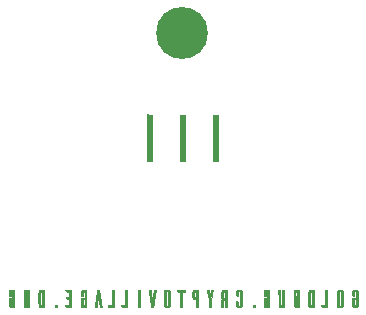
<source format=gbs>
G04 #@! TF.FileFunction,Soldermask,Bot*
%FSLAX46Y46*%
G04 Gerber Fmt 4.6, Leading zero omitted, Abs format (unit mm)*
G04 Created by KiCad (PCBNEW 4.0.5) date Saturday, July 08, 2017 'AMt' 10:16:17 AM*
%MOMM*%
%LPD*%
G01*
G04 APERTURE LIST*
%ADD10C,0.100000*%
%ADD11C,0.010000*%
%ADD12C,4.400000*%
G04 APERTURE END LIST*
D10*
D11*
G36*
X177641875Y-57353351D02*
X177848250Y-57373250D01*
X177865042Y-59325875D01*
X177881835Y-61278500D01*
X177435500Y-61278500D01*
X177435500Y-57333454D01*
X177641875Y-57353351D01*
X177641875Y-57353351D01*
G37*
X177641875Y-57353351D02*
X177848250Y-57373250D01*
X177865042Y-59325875D01*
X177881835Y-61278500D01*
X177435500Y-61278500D01*
X177435500Y-57333454D01*
X177641875Y-57353351D01*
G36*
X180674000Y-61278500D02*
X180229500Y-61278500D01*
X180229500Y-57341500D01*
X180674000Y-57341500D01*
X180674000Y-61278500D01*
X180674000Y-61278500D01*
G37*
X180674000Y-61278500D02*
X180229500Y-61278500D01*
X180229500Y-57341500D01*
X180674000Y-57341500D01*
X180674000Y-61278500D01*
G36*
X183468000Y-61278500D02*
X183023500Y-61278500D01*
X183023500Y-57341500D01*
X183468000Y-57341500D01*
X183468000Y-61278500D01*
X183468000Y-61278500D01*
G37*
X183468000Y-61278500D02*
X183023500Y-61278500D01*
X183023500Y-57341500D01*
X183468000Y-57341500D01*
X183468000Y-61278500D01*
G36*
X166015037Y-72167878D02*
X166055917Y-72172925D01*
X166087773Y-72182821D01*
X166114475Y-72198782D01*
X166139890Y-72222024D01*
X166140668Y-72222841D01*
X166149779Y-72232365D01*
X166157689Y-72241216D01*
X166164483Y-72250597D01*
X166170245Y-72261710D01*
X166175060Y-72275760D01*
X166179014Y-72293950D01*
X166182190Y-72317482D01*
X166184675Y-72347561D01*
X166186552Y-72385390D01*
X166187906Y-72432172D01*
X166188822Y-72489110D01*
X166189385Y-72557408D01*
X166189680Y-72638268D01*
X166189792Y-72732896D01*
X166189805Y-72842492D01*
X166189800Y-72920000D01*
X166189806Y-73039640D01*
X166189768Y-73143551D01*
X166189600Y-73232938D01*
X166189218Y-73309005D01*
X166188536Y-73372958D01*
X166187471Y-73426001D01*
X166185937Y-73469337D01*
X166183849Y-73504173D01*
X166181123Y-73531712D01*
X166177673Y-73553160D01*
X166173415Y-73569720D01*
X166168264Y-73582597D01*
X166162135Y-73592997D01*
X166154943Y-73602123D01*
X166146604Y-73611180D01*
X166140668Y-73617451D01*
X166114786Y-73640792D01*
X166085962Y-73656931D01*
X166050618Y-73666951D01*
X166005177Y-73671933D01*
X165956967Y-73673016D01*
X165902131Y-73671633D01*
X165862247Y-73667554D01*
X165835519Y-73660589D01*
X165834200Y-73660035D01*
X165790276Y-73632454D01*
X165753903Y-73592674D01*
X165740291Y-73570154D01*
X165736116Y-73561096D01*
X165732726Y-73550617D01*
X165730040Y-73536961D01*
X165727977Y-73518371D01*
X165726456Y-73493089D01*
X165725395Y-73459359D01*
X165724714Y-73415423D01*
X165724331Y-73359526D01*
X165724165Y-73289909D01*
X165724134Y-73220519D01*
X165724134Y-72902297D01*
X165744915Y-72881515D01*
X165754080Y-72873140D01*
X165763999Y-72867382D01*
X165777846Y-72863751D01*
X165798796Y-72861758D01*
X165830023Y-72860916D01*
X165874702Y-72860734D01*
X165879851Y-72860733D01*
X165994005Y-72860733D01*
X165968424Y-72917151D01*
X165948762Y-72958790D01*
X165933076Y-72987200D01*
X165919474Y-73005036D01*
X165906061Y-73014953D01*
X165896171Y-73018507D01*
X165875552Y-73023682D01*
X165878160Y-73255296D01*
X165880767Y-73486910D01*
X165903819Y-73509948D01*
X165932928Y-73529194D01*
X165964205Y-73533570D01*
X165993681Y-73523086D01*
X166008864Y-73509654D01*
X166028934Y-73486322D01*
X166028934Y-72353677D01*
X166009884Y-72332030D01*
X165988310Y-72315046D01*
X165964394Y-72305315D01*
X165944238Y-72304397D01*
X165926013Y-72312365D01*
X165909360Y-72325781D01*
X165880767Y-72351314D01*
X165878066Y-72537495D01*
X165875366Y-72723675D01*
X165818800Y-72698553D01*
X165788290Y-72684773D01*
X165765159Y-72672442D01*
X165748386Y-72659053D01*
X165736948Y-72642101D01*
X165729825Y-72619080D01*
X165725996Y-72587483D01*
X165724439Y-72544804D01*
X165724134Y-72488537D01*
X165724134Y-72466224D01*
X165724471Y-72402285D01*
X165725881Y-72352629D01*
X165728957Y-72314612D01*
X165734294Y-72285590D01*
X165742487Y-72262921D01*
X165754130Y-72243959D01*
X165769819Y-72226062D01*
X165780508Y-72215599D01*
X165805917Y-72195014D01*
X165833792Y-72180810D01*
X165867815Y-72171988D01*
X165911668Y-72167546D01*
X165961266Y-72166467D01*
X166015037Y-72167878D01*
X166015037Y-72167878D01*
G37*
X166015037Y-72167878D02*
X166055917Y-72172925D01*
X166087773Y-72182821D01*
X166114475Y-72198782D01*
X166139890Y-72222024D01*
X166140668Y-72222841D01*
X166149779Y-72232365D01*
X166157689Y-72241216D01*
X166164483Y-72250597D01*
X166170245Y-72261710D01*
X166175060Y-72275760D01*
X166179014Y-72293950D01*
X166182190Y-72317482D01*
X166184675Y-72347561D01*
X166186552Y-72385390D01*
X166187906Y-72432172D01*
X166188822Y-72489110D01*
X166189385Y-72557408D01*
X166189680Y-72638268D01*
X166189792Y-72732896D01*
X166189805Y-72842492D01*
X166189800Y-72920000D01*
X166189806Y-73039640D01*
X166189768Y-73143551D01*
X166189600Y-73232938D01*
X166189218Y-73309005D01*
X166188536Y-73372958D01*
X166187471Y-73426001D01*
X166185937Y-73469337D01*
X166183849Y-73504173D01*
X166181123Y-73531712D01*
X166177673Y-73553160D01*
X166173415Y-73569720D01*
X166168264Y-73582597D01*
X166162135Y-73592997D01*
X166154943Y-73602123D01*
X166146604Y-73611180D01*
X166140668Y-73617451D01*
X166114786Y-73640792D01*
X166085962Y-73656931D01*
X166050618Y-73666951D01*
X166005177Y-73671933D01*
X165956967Y-73673016D01*
X165902131Y-73671633D01*
X165862247Y-73667554D01*
X165835519Y-73660589D01*
X165834200Y-73660035D01*
X165790276Y-73632454D01*
X165753903Y-73592674D01*
X165740291Y-73570154D01*
X165736116Y-73561096D01*
X165732726Y-73550617D01*
X165730040Y-73536961D01*
X165727977Y-73518371D01*
X165726456Y-73493089D01*
X165725395Y-73459359D01*
X165724714Y-73415423D01*
X165724331Y-73359526D01*
X165724165Y-73289909D01*
X165724134Y-73220519D01*
X165724134Y-72902297D01*
X165744915Y-72881515D01*
X165754080Y-72873140D01*
X165763999Y-72867382D01*
X165777846Y-72863751D01*
X165798796Y-72861758D01*
X165830023Y-72860916D01*
X165874702Y-72860734D01*
X165879851Y-72860733D01*
X165994005Y-72860733D01*
X165968424Y-72917151D01*
X165948762Y-72958790D01*
X165933076Y-72987200D01*
X165919474Y-73005036D01*
X165906061Y-73014953D01*
X165896171Y-73018507D01*
X165875552Y-73023682D01*
X165878160Y-73255296D01*
X165880767Y-73486910D01*
X165903819Y-73509948D01*
X165932928Y-73529194D01*
X165964205Y-73533570D01*
X165993681Y-73523086D01*
X166008864Y-73509654D01*
X166028934Y-73486322D01*
X166028934Y-72353677D01*
X166009884Y-72332030D01*
X165988310Y-72315046D01*
X165964394Y-72305315D01*
X165944238Y-72304397D01*
X165926013Y-72312365D01*
X165909360Y-72325781D01*
X165880767Y-72351314D01*
X165878066Y-72537495D01*
X165875366Y-72723675D01*
X165818800Y-72698553D01*
X165788290Y-72684773D01*
X165765159Y-72672442D01*
X165748386Y-72659053D01*
X165736948Y-72642101D01*
X165729825Y-72619080D01*
X165725996Y-72587483D01*
X165724439Y-72544804D01*
X165724134Y-72488537D01*
X165724134Y-72466224D01*
X165724471Y-72402285D01*
X165725881Y-72352629D01*
X165728957Y-72314612D01*
X165734294Y-72285590D01*
X165742487Y-72262921D01*
X165754130Y-72243959D01*
X165769819Y-72226062D01*
X165780508Y-72215599D01*
X165805917Y-72195014D01*
X165833792Y-72180810D01*
X165867815Y-72171988D01*
X165911668Y-72167546D01*
X165961266Y-72166467D01*
X166015037Y-72167878D01*
G36*
X168513909Y-72166321D02*
X168560071Y-72169374D01*
X168598773Y-72174885D01*
X168624039Y-72182257D01*
X168661536Y-72206445D01*
X168694188Y-72240497D01*
X168716939Y-72278754D01*
X168721375Y-72291209D01*
X168723355Y-72305067D01*
X168725017Y-72332215D01*
X168726364Y-72373108D01*
X168727403Y-72428199D01*
X168728138Y-72497939D01*
X168728573Y-72582782D01*
X168728713Y-72683182D01*
X168728563Y-72799590D01*
X168728128Y-72932460D01*
X168728107Y-72937556D01*
X168725567Y-73552013D01*
X168702211Y-73587301D01*
X168679746Y-73614600D01*
X168652058Y-73639843D01*
X168643604Y-73645944D01*
X168628489Y-73655383D01*
X168614231Y-73661943D01*
X168597293Y-73666223D01*
X168574139Y-73668823D01*
X168541232Y-73670343D01*
X168495036Y-73671381D01*
X168493393Y-73671411D01*
X168441733Y-73671853D01*
X168403827Y-73670830D01*
X168376538Y-73668104D01*
X168356731Y-73663434D01*
X168348800Y-73660361D01*
X168304244Y-73631949D01*
X168267676Y-73591474D01*
X168254891Y-73570154D01*
X168251827Y-73563608D01*
X168249176Y-73555926D01*
X168246909Y-73545906D01*
X168244995Y-73532346D01*
X168243405Y-73514044D01*
X168242109Y-73489797D01*
X168241077Y-73458403D01*
X168240278Y-73418661D01*
X168239685Y-73369368D01*
X168239265Y-73309322D01*
X168238990Y-73237320D01*
X168238830Y-73152162D01*
X168238754Y-73052644D01*
X168238734Y-72937564D01*
X168238734Y-72920000D01*
X168238734Y-72919258D01*
X168399600Y-72919258D01*
X168399632Y-73031835D01*
X168399748Y-73128696D01*
X168399975Y-73211056D01*
X168400343Y-73280131D01*
X168400879Y-73337139D01*
X168401612Y-73383296D01*
X168402570Y-73419818D01*
X168403781Y-73447921D01*
X168405275Y-73468821D01*
X168407079Y-73483736D01*
X168409221Y-73493881D01*
X168411730Y-73500473D01*
X168413206Y-73502924D01*
X168439253Y-73526584D01*
X168472548Y-73536700D01*
X168509236Y-73532514D01*
X168526770Y-73525279D01*
X168546986Y-73511296D01*
X168560216Y-73496202D01*
X168562200Y-73483829D01*
X168563933Y-73454708D01*
X168565415Y-73409027D01*
X168566640Y-73346968D01*
X168567607Y-73268718D01*
X168568313Y-73174462D01*
X168568755Y-73064383D01*
X168568930Y-72938668D01*
X168568934Y-72918207D01*
X168568949Y-72804356D01*
X168568928Y-72706229D01*
X168568772Y-72622615D01*
X168568379Y-72552307D01*
X168567649Y-72494093D01*
X168566483Y-72446765D01*
X168564780Y-72409113D01*
X168562440Y-72379928D01*
X168559363Y-72357999D01*
X168555449Y-72342118D01*
X168550597Y-72331075D01*
X168544708Y-72323660D01*
X168537680Y-72318664D01*
X168529415Y-72314877D01*
X168519811Y-72311090D01*
X168518612Y-72310598D01*
X168484055Y-72303903D01*
X168449763Y-72309982D01*
X168421811Y-72327496D01*
X168416900Y-72333023D01*
X168413482Y-72337706D01*
X168410546Y-72343247D01*
X168408056Y-72350891D01*
X168405976Y-72361883D01*
X168404268Y-72377469D01*
X168402896Y-72398892D01*
X168401823Y-72427399D01*
X168401012Y-72464234D01*
X168400427Y-72510641D01*
X168400031Y-72567867D01*
X168399787Y-72637155D01*
X168399658Y-72719752D01*
X168399608Y-72816901D01*
X168399600Y-72919258D01*
X168238734Y-72919258D01*
X168238749Y-72802627D01*
X168238815Y-72700986D01*
X168238961Y-72613873D01*
X168239218Y-72540088D01*
X168239616Y-72478427D01*
X168240183Y-72427689D01*
X168240950Y-72386672D01*
X168241948Y-72354173D01*
X168243205Y-72328990D01*
X168244752Y-72309921D01*
X168246618Y-72295765D01*
X168248834Y-72285318D01*
X168251429Y-72277379D01*
X168254433Y-72270746D01*
X168254891Y-72269846D01*
X168286575Y-72224940D01*
X168328491Y-72190852D01*
X168350645Y-72179616D01*
X168378654Y-72172373D01*
X168418401Y-72167773D01*
X168465086Y-72165772D01*
X168513909Y-72166321D01*
X168513909Y-72166321D01*
G37*
X168513909Y-72166321D02*
X168560071Y-72169374D01*
X168598773Y-72174885D01*
X168624039Y-72182257D01*
X168661536Y-72206445D01*
X168694188Y-72240497D01*
X168716939Y-72278754D01*
X168721375Y-72291209D01*
X168723355Y-72305067D01*
X168725017Y-72332215D01*
X168726364Y-72373108D01*
X168727403Y-72428199D01*
X168728138Y-72497939D01*
X168728573Y-72582782D01*
X168728713Y-72683182D01*
X168728563Y-72799590D01*
X168728128Y-72932460D01*
X168728107Y-72937556D01*
X168725567Y-73552013D01*
X168702211Y-73587301D01*
X168679746Y-73614600D01*
X168652058Y-73639843D01*
X168643604Y-73645944D01*
X168628489Y-73655383D01*
X168614231Y-73661943D01*
X168597293Y-73666223D01*
X168574139Y-73668823D01*
X168541232Y-73670343D01*
X168495036Y-73671381D01*
X168493393Y-73671411D01*
X168441733Y-73671853D01*
X168403827Y-73670830D01*
X168376538Y-73668104D01*
X168356731Y-73663434D01*
X168348800Y-73660361D01*
X168304244Y-73631949D01*
X168267676Y-73591474D01*
X168254891Y-73570154D01*
X168251827Y-73563608D01*
X168249176Y-73555926D01*
X168246909Y-73545906D01*
X168244995Y-73532346D01*
X168243405Y-73514044D01*
X168242109Y-73489797D01*
X168241077Y-73458403D01*
X168240278Y-73418661D01*
X168239685Y-73369368D01*
X168239265Y-73309322D01*
X168238990Y-73237320D01*
X168238830Y-73152162D01*
X168238754Y-73052644D01*
X168238734Y-72937564D01*
X168238734Y-72920000D01*
X168238734Y-72919258D01*
X168399600Y-72919258D01*
X168399632Y-73031835D01*
X168399748Y-73128696D01*
X168399975Y-73211056D01*
X168400343Y-73280131D01*
X168400879Y-73337139D01*
X168401612Y-73383296D01*
X168402570Y-73419818D01*
X168403781Y-73447921D01*
X168405275Y-73468821D01*
X168407079Y-73483736D01*
X168409221Y-73493881D01*
X168411730Y-73500473D01*
X168413206Y-73502924D01*
X168439253Y-73526584D01*
X168472548Y-73536700D01*
X168509236Y-73532514D01*
X168526770Y-73525279D01*
X168546986Y-73511296D01*
X168560216Y-73496202D01*
X168562200Y-73483829D01*
X168563933Y-73454708D01*
X168565415Y-73409027D01*
X168566640Y-73346968D01*
X168567607Y-73268718D01*
X168568313Y-73174462D01*
X168568755Y-73064383D01*
X168568930Y-72938668D01*
X168568934Y-72918207D01*
X168568949Y-72804356D01*
X168568928Y-72706229D01*
X168568772Y-72622615D01*
X168568379Y-72552307D01*
X168567649Y-72494093D01*
X168566483Y-72446765D01*
X168564780Y-72409113D01*
X168562440Y-72379928D01*
X168559363Y-72357999D01*
X168555449Y-72342118D01*
X168550597Y-72331075D01*
X168544708Y-72323660D01*
X168537680Y-72318664D01*
X168529415Y-72314877D01*
X168519811Y-72311090D01*
X168518612Y-72310598D01*
X168484055Y-72303903D01*
X168449763Y-72309982D01*
X168421811Y-72327496D01*
X168416900Y-72333023D01*
X168413482Y-72337706D01*
X168410546Y-72343247D01*
X168408056Y-72350891D01*
X168405976Y-72361883D01*
X168404268Y-72377469D01*
X168402896Y-72398892D01*
X168401823Y-72427399D01*
X168401012Y-72464234D01*
X168400427Y-72510641D01*
X168400031Y-72567867D01*
X168399787Y-72637155D01*
X168399658Y-72719752D01*
X168399608Y-72816901D01*
X168399600Y-72919258D01*
X168238734Y-72919258D01*
X168238749Y-72802627D01*
X168238815Y-72700986D01*
X168238961Y-72613873D01*
X168239218Y-72540088D01*
X168239616Y-72478427D01*
X168240183Y-72427689D01*
X168240950Y-72386672D01*
X168241948Y-72354173D01*
X168243205Y-72328990D01*
X168244752Y-72309921D01*
X168246618Y-72295765D01*
X168248834Y-72285318D01*
X168251429Y-72277379D01*
X168254433Y-72270746D01*
X168254891Y-72269846D01*
X168286575Y-72224940D01*
X168328491Y-72190852D01*
X168350645Y-72179616D01*
X168378654Y-72172373D01*
X168418401Y-72167773D01*
X168465086Y-72165772D01*
X168513909Y-72166321D01*
G36*
X172219350Y-72197299D02*
X172249605Y-72225455D01*
X172274605Y-72259790D01*
X172277333Y-72264797D01*
X172298500Y-72305697D01*
X172300839Y-72902018D01*
X172301308Y-73022901D01*
X172301641Y-73128055D01*
X172301748Y-73218687D01*
X172301536Y-73296003D01*
X172300913Y-73361207D01*
X172299790Y-73415506D01*
X172298073Y-73460104D01*
X172295672Y-73496208D01*
X172292495Y-73525022D01*
X172288450Y-73547754D01*
X172283446Y-73565607D01*
X172277393Y-73579787D01*
X172270197Y-73591500D01*
X172261768Y-73601952D01*
X172252014Y-73612348D01*
X172246509Y-73618007D01*
X172222525Y-73639352D01*
X172197447Y-73656681D01*
X172187313Y-73661847D01*
X172165831Y-73666910D01*
X172132250Y-73670495D01*
X172091315Y-73672556D01*
X172047767Y-73673048D01*
X172006350Y-73671927D01*
X171971808Y-73669148D01*
X171948882Y-73664666D01*
X171947387Y-73664113D01*
X171903389Y-73637947D01*
X171866983Y-73599140D01*
X171848444Y-73567189D01*
X171828000Y-73522534D01*
X171830417Y-73207812D01*
X171832834Y-72893089D01*
X171852821Y-72876911D01*
X171863001Y-72870235D01*
X171876229Y-72865666D01*
X171895666Y-72862821D01*
X171924471Y-72861317D01*
X171965802Y-72860770D01*
X171986171Y-72860733D01*
X172027769Y-72860963D01*
X172062505Y-72861594D01*
X172087284Y-72862536D01*
X172099006Y-72863699D01*
X172099534Y-72864016D01*
X172096254Y-72872728D01*
X172087581Y-72892770D01*
X172075265Y-72920121D01*
X172072846Y-72925399D01*
X172049264Y-72971586D01*
X172027792Y-73003207D01*
X172009021Y-73019472D01*
X172000691Y-73021600D01*
X171996925Y-73029628D01*
X171993841Y-73051983D01*
X171991432Y-73086073D01*
X171989691Y-73129307D01*
X171988613Y-73179092D01*
X171988191Y-73232837D01*
X171988420Y-73287949D01*
X171989293Y-73341837D01*
X171990804Y-73391907D01*
X171992947Y-73435570D01*
X171995715Y-73470232D01*
X171999103Y-73493301D01*
X172001830Y-73501149D01*
X172026721Y-73523814D01*
X172057989Y-73534037D01*
X172089970Y-73530032D01*
X172091466Y-73529434D01*
X172101228Y-73525415D01*
X172109641Y-73521222D01*
X172116805Y-73515644D01*
X172122821Y-73507470D01*
X172127790Y-73495488D01*
X172131810Y-73478488D01*
X172134983Y-73455258D01*
X172137408Y-73424587D01*
X172139186Y-73385263D01*
X172140416Y-73336076D01*
X172141200Y-73275814D01*
X172141637Y-73203265D01*
X172141827Y-73117219D01*
X172141870Y-73016464D01*
X172141867Y-72920000D01*
X172141869Y-72806010D01*
X172141808Y-72707742D01*
X172141585Y-72623985D01*
X172141098Y-72553528D01*
X172140248Y-72495159D01*
X172138935Y-72447666D01*
X172137058Y-72409840D01*
X172134518Y-72380468D01*
X172131213Y-72358339D01*
X172127045Y-72342242D01*
X172121912Y-72330966D01*
X172115715Y-72323299D01*
X172108353Y-72318030D01*
X172099727Y-72313948D01*
X172091466Y-72310565D01*
X172067490Y-72304179D01*
X172044786Y-72308602D01*
X172040548Y-72310284D01*
X172026048Y-72316757D01*
X172014873Y-72324098D01*
X172006532Y-72334478D01*
X172000532Y-72350068D01*
X171996380Y-72373038D01*
X171993585Y-72405558D01*
X171991654Y-72449800D01*
X171990096Y-72507934D01*
X171989467Y-72535540D01*
X171985234Y-72724259D01*
X171917412Y-72692366D01*
X171878652Y-72672520D01*
X171853758Y-72655582D01*
X171840300Y-72639849D01*
X171839096Y-72637438D01*
X171834481Y-72618174D01*
X171831211Y-72583338D01*
X171829259Y-72532496D01*
X171828600Y-72465211D01*
X171828600Y-72463920D01*
X171828689Y-72409836D01*
X171829196Y-72369631D01*
X171830484Y-72340250D01*
X171832915Y-72318640D01*
X171836851Y-72301745D01*
X171842654Y-72286512D01*
X171850686Y-72269885D01*
X171851884Y-72267520D01*
X171883005Y-72221735D01*
X171911880Y-72196152D01*
X171926974Y-72186030D01*
X171940317Y-72179025D01*
X171955374Y-72174565D01*
X171975613Y-72172075D01*
X172004498Y-72170980D01*
X172045495Y-72170707D01*
X172065563Y-72170700D01*
X172182534Y-72170700D01*
X172219350Y-72197299D01*
X172219350Y-72197299D01*
G37*
X172219350Y-72197299D02*
X172249605Y-72225455D01*
X172274605Y-72259790D01*
X172277333Y-72264797D01*
X172298500Y-72305697D01*
X172300839Y-72902018D01*
X172301308Y-73022901D01*
X172301641Y-73128055D01*
X172301748Y-73218687D01*
X172301536Y-73296003D01*
X172300913Y-73361207D01*
X172299790Y-73415506D01*
X172298073Y-73460104D01*
X172295672Y-73496208D01*
X172292495Y-73525022D01*
X172288450Y-73547754D01*
X172283446Y-73565607D01*
X172277393Y-73579787D01*
X172270197Y-73591500D01*
X172261768Y-73601952D01*
X172252014Y-73612348D01*
X172246509Y-73618007D01*
X172222525Y-73639352D01*
X172197447Y-73656681D01*
X172187313Y-73661847D01*
X172165831Y-73666910D01*
X172132250Y-73670495D01*
X172091315Y-73672556D01*
X172047767Y-73673048D01*
X172006350Y-73671927D01*
X171971808Y-73669148D01*
X171948882Y-73664666D01*
X171947387Y-73664113D01*
X171903389Y-73637947D01*
X171866983Y-73599140D01*
X171848444Y-73567189D01*
X171828000Y-73522534D01*
X171830417Y-73207812D01*
X171832834Y-72893089D01*
X171852821Y-72876911D01*
X171863001Y-72870235D01*
X171876229Y-72865666D01*
X171895666Y-72862821D01*
X171924471Y-72861317D01*
X171965802Y-72860770D01*
X171986171Y-72860733D01*
X172027769Y-72860963D01*
X172062505Y-72861594D01*
X172087284Y-72862536D01*
X172099006Y-72863699D01*
X172099534Y-72864016D01*
X172096254Y-72872728D01*
X172087581Y-72892770D01*
X172075265Y-72920121D01*
X172072846Y-72925399D01*
X172049264Y-72971586D01*
X172027792Y-73003207D01*
X172009021Y-73019472D01*
X172000691Y-73021600D01*
X171996925Y-73029628D01*
X171993841Y-73051983D01*
X171991432Y-73086073D01*
X171989691Y-73129307D01*
X171988613Y-73179092D01*
X171988191Y-73232837D01*
X171988420Y-73287949D01*
X171989293Y-73341837D01*
X171990804Y-73391907D01*
X171992947Y-73435570D01*
X171995715Y-73470232D01*
X171999103Y-73493301D01*
X172001830Y-73501149D01*
X172026721Y-73523814D01*
X172057989Y-73534037D01*
X172089970Y-73530032D01*
X172091466Y-73529434D01*
X172101228Y-73525415D01*
X172109641Y-73521222D01*
X172116805Y-73515644D01*
X172122821Y-73507470D01*
X172127790Y-73495488D01*
X172131810Y-73478488D01*
X172134983Y-73455258D01*
X172137408Y-73424587D01*
X172139186Y-73385263D01*
X172140416Y-73336076D01*
X172141200Y-73275814D01*
X172141637Y-73203265D01*
X172141827Y-73117219D01*
X172141870Y-73016464D01*
X172141867Y-72920000D01*
X172141869Y-72806010D01*
X172141808Y-72707742D01*
X172141585Y-72623985D01*
X172141098Y-72553528D01*
X172140248Y-72495159D01*
X172138935Y-72447666D01*
X172137058Y-72409840D01*
X172134518Y-72380468D01*
X172131213Y-72358339D01*
X172127045Y-72342242D01*
X172121912Y-72330966D01*
X172115715Y-72323299D01*
X172108353Y-72318030D01*
X172099727Y-72313948D01*
X172091466Y-72310565D01*
X172067490Y-72304179D01*
X172044786Y-72308602D01*
X172040548Y-72310284D01*
X172026048Y-72316757D01*
X172014873Y-72324098D01*
X172006532Y-72334478D01*
X172000532Y-72350068D01*
X171996380Y-72373038D01*
X171993585Y-72405558D01*
X171991654Y-72449800D01*
X171990096Y-72507934D01*
X171989467Y-72535540D01*
X171985234Y-72724259D01*
X171917412Y-72692366D01*
X171878652Y-72672520D01*
X171853758Y-72655582D01*
X171840300Y-72639849D01*
X171839096Y-72637438D01*
X171834481Y-72618174D01*
X171831211Y-72583338D01*
X171829259Y-72532496D01*
X171828600Y-72465211D01*
X171828600Y-72463920D01*
X171828689Y-72409836D01*
X171829196Y-72369631D01*
X171830484Y-72340250D01*
X171832915Y-72318640D01*
X171836851Y-72301745D01*
X171842654Y-72286512D01*
X171850686Y-72269885D01*
X171851884Y-72267520D01*
X171883005Y-72221735D01*
X171911880Y-72196152D01*
X171926974Y-72186030D01*
X171940317Y-72179025D01*
X171955374Y-72174565D01*
X171975613Y-72172075D01*
X172004498Y-72170980D01*
X172045495Y-72170707D01*
X172065563Y-72170700D01*
X172182534Y-72170700D01*
X172219350Y-72197299D01*
G36*
X179119696Y-72167795D02*
X179127061Y-72167959D01*
X179173905Y-72169194D01*
X179207309Y-72170762D01*
X179230767Y-72173302D01*
X179247769Y-72177457D01*
X179261808Y-72183867D01*
X179276376Y-72193172D01*
X179280691Y-72196152D01*
X179318162Y-72232001D01*
X179340650Y-72267520D01*
X179363933Y-72313436D01*
X179363933Y-73527666D01*
X179340283Y-73572938D01*
X179312498Y-73613855D01*
X179280324Y-73643755D01*
X179265444Y-73653832D01*
X179252034Y-73660898D01*
X179236686Y-73665564D01*
X179215995Y-73668435D01*
X179186554Y-73670122D01*
X179144957Y-73671230D01*
X179124058Y-73671650D01*
X179076394Y-73672441D01*
X179042183Y-73672349D01*
X179017951Y-73670943D01*
X179000224Y-73667789D01*
X178985527Y-73662455D01*
X178970386Y-73654511D01*
X178966000Y-73651995D01*
X178924808Y-73622708D01*
X178896620Y-73588236D01*
X178877510Y-73543754D01*
X178877240Y-73542880D01*
X178874680Y-73532565D01*
X178872474Y-73518667D01*
X178870598Y-73499969D01*
X178869026Y-73475251D01*
X178867734Y-73443296D01*
X178866696Y-73402885D01*
X178865887Y-73352798D01*
X178865282Y-73291819D01*
X178864856Y-73218727D01*
X178864584Y-73132305D01*
X178864440Y-73031334D01*
X178864400Y-72920000D01*
X178864413Y-72800812D01*
X178864515Y-72697339D01*
X178864795Y-72608363D01*
X178865348Y-72532666D01*
X178866264Y-72469028D01*
X178867635Y-72416233D01*
X178869553Y-72373061D01*
X178871150Y-72351344D01*
X179029500Y-72351344D01*
X179029500Y-72918416D01*
X179029512Y-73030242D01*
X179029570Y-73126369D01*
X179029711Y-73208032D01*
X179029970Y-73276466D01*
X179030382Y-73332906D01*
X179030985Y-73378585D01*
X179031812Y-73414740D01*
X179032901Y-73442604D01*
X179034286Y-73463413D01*
X179036003Y-73478400D01*
X179038088Y-73488801D01*
X179040577Y-73495851D01*
X179043505Y-73500784D01*
X179046433Y-73504310D01*
X179078277Y-73528690D01*
X179114318Y-73537255D01*
X179152034Y-73529521D01*
X179159506Y-73526001D01*
X179180065Y-73509803D01*
X179192952Y-73491736D01*
X179195139Y-73482202D01*
X179197023Y-73463300D01*
X179198620Y-73434153D01*
X179199945Y-73393883D01*
X179201013Y-73341610D01*
X179201841Y-73276458D01*
X179202443Y-73197546D01*
X179202836Y-73103997D01*
X179203034Y-72994933D01*
X179203067Y-72920000D01*
X179202980Y-72800987D01*
X179202708Y-72698028D01*
X179202236Y-72610245D01*
X179201548Y-72536759D01*
X179200629Y-72476692D01*
X179199463Y-72429166D01*
X179198035Y-72393302D01*
X179196329Y-72368222D01*
X179194330Y-72353047D01*
X179192952Y-72348263D01*
X179172494Y-72321598D01*
X179143349Y-72306429D01*
X179109869Y-72303448D01*
X179076405Y-72313349D01*
X179057150Y-72326639D01*
X179029500Y-72351344D01*
X178871150Y-72351344D01*
X178872110Y-72338295D01*
X178875397Y-72310716D01*
X178879508Y-72289105D01*
X178884532Y-72272245D01*
X178890563Y-72258918D01*
X178897693Y-72247904D01*
X178906012Y-72237986D01*
X178915613Y-72227946D01*
X178916654Y-72226881D01*
X178941269Y-72203678D01*
X178964935Y-72187117D01*
X178991131Y-72176222D01*
X179023338Y-72170020D01*
X179065033Y-72167536D01*
X179119696Y-72167795D01*
X179119696Y-72167795D01*
G37*
X179119696Y-72167795D02*
X179127061Y-72167959D01*
X179173905Y-72169194D01*
X179207309Y-72170762D01*
X179230767Y-72173302D01*
X179247769Y-72177457D01*
X179261808Y-72183867D01*
X179276376Y-72193172D01*
X179280691Y-72196152D01*
X179318162Y-72232001D01*
X179340650Y-72267520D01*
X179363933Y-72313436D01*
X179363933Y-73527666D01*
X179340283Y-73572938D01*
X179312498Y-73613855D01*
X179280324Y-73643755D01*
X179265444Y-73653832D01*
X179252034Y-73660898D01*
X179236686Y-73665564D01*
X179215995Y-73668435D01*
X179186554Y-73670122D01*
X179144957Y-73671230D01*
X179124058Y-73671650D01*
X179076394Y-73672441D01*
X179042183Y-73672349D01*
X179017951Y-73670943D01*
X179000224Y-73667789D01*
X178985527Y-73662455D01*
X178970386Y-73654511D01*
X178966000Y-73651995D01*
X178924808Y-73622708D01*
X178896620Y-73588236D01*
X178877510Y-73543754D01*
X178877240Y-73542880D01*
X178874680Y-73532565D01*
X178872474Y-73518667D01*
X178870598Y-73499969D01*
X178869026Y-73475251D01*
X178867734Y-73443296D01*
X178866696Y-73402885D01*
X178865887Y-73352798D01*
X178865282Y-73291819D01*
X178864856Y-73218727D01*
X178864584Y-73132305D01*
X178864440Y-73031334D01*
X178864400Y-72920000D01*
X178864413Y-72800812D01*
X178864515Y-72697339D01*
X178864795Y-72608363D01*
X178865348Y-72532666D01*
X178866264Y-72469028D01*
X178867635Y-72416233D01*
X178869553Y-72373061D01*
X178871150Y-72351344D01*
X179029500Y-72351344D01*
X179029500Y-72918416D01*
X179029512Y-73030242D01*
X179029570Y-73126369D01*
X179029711Y-73208032D01*
X179029970Y-73276466D01*
X179030382Y-73332906D01*
X179030985Y-73378585D01*
X179031812Y-73414740D01*
X179032901Y-73442604D01*
X179034286Y-73463413D01*
X179036003Y-73478400D01*
X179038088Y-73488801D01*
X179040577Y-73495851D01*
X179043505Y-73500784D01*
X179046433Y-73504310D01*
X179078277Y-73528690D01*
X179114318Y-73537255D01*
X179152034Y-73529521D01*
X179159506Y-73526001D01*
X179180065Y-73509803D01*
X179192952Y-73491736D01*
X179195139Y-73482202D01*
X179197023Y-73463300D01*
X179198620Y-73434153D01*
X179199945Y-73393883D01*
X179201013Y-73341610D01*
X179201841Y-73276458D01*
X179202443Y-73197546D01*
X179202836Y-73103997D01*
X179203034Y-72994933D01*
X179203067Y-72920000D01*
X179202980Y-72800987D01*
X179202708Y-72698028D01*
X179202236Y-72610245D01*
X179201548Y-72536759D01*
X179200629Y-72476692D01*
X179199463Y-72429166D01*
X179198035Y-72393302D01*
X179196329Y-72368222D01*
X179194330Y-72353047D01*
X179192952Y-72348263D01*
X179172494Y-72321598D01*
X179143349Y-72306429D01*
X179109869Y-72303448D01*
X179076405Y-72313349D01*
X179057150Y-72326639D01*
X179029500Y-72351344D01*
X178871150Y-72351344D01*
X178872110Y-72338295D01*
X178875397Y-72310716D01*
X178879508Y-72289105D01*
X178884532Y-72272245D01*
X178890563Y-72258918D01*
X178897693Y-72247904D01*
X178906012Y-72237986D01*
X178915613Y-72227946D01*
X178916654Y-72226881D01*
X178941269Y-72203678D01*
X178964935Y-72187117D01*
X178991131Y-72176222D01*
X179023338Y-72170020D01*
X179065033Y-72167536D01*
X179119696Y-72167795D01*
G36*
X185269995Y-72167374D02*
X185308375Y-72170841D01*
X185337828Y-72177986D01*
X185362326Y-72189928D01*
X185385843Y-72207785D01*
X185395092Y-72216116D01*
X185415445Y-72239271D01*
X185433521Y-72266499D01*
X185435309Y-72269846D01*
X185438373Y-72276392D01*
X185441024Y-72284073D01*
X185443292Y-72294093D01*
X185445205Y-72307653D01*
X185446795Y-72325956D01*
X185448092Y-72350203D01*
X185449124Y-72381596D01*
X185449922Y-72421339D01*
X185450516Y-72470632D01*
X185450935Y-72530678D01*
X185451210Y-72602679D01*
X185451370Y-72687838D01*
X185451446Y-72787356D01*
X185451467Y-72902436D01*
X185451467Y-72920000D01*
X185451451Y-73037372D01*
X185451385Y-73139014D01*
X185451239Y-73226126D01*
X185450982Y-73299912D01*
X185450585Y-73361572D01*
X185450017Y-73412310D01*
X185449250Y-73453328D01*
X185448253Y-73485827D01*
X185446995Y-73511010D01*
X185445449Y-73530078D01*
X185443582Y-73544235D01*
X185441367Y-73554681D01*
X185438772Y-73562620D01*
X185435768Y-73569254D01*
X185435309Y-73570154D01*
X185403888Y-73614325D01*
X185361185Y-73650026D01*
X185343937Y-73659867D01*
X185318221Y-73667576D01*
X185280695Y-73672386D01*
X185236228Y-73674342D01*
X185189684Y-73673491D01*
X185145932Y-73669877D01*
X185109837Y-73663549D01*
X185091634Y-73657482D01*
X185063927Y-73641286D01*
X185038806Y-73621343D01*
X185034933Y-73617451D01*
X185020415Y-73600938D01*
X185009064Y-73584492D01*
X185000494Y-73565824D01*
X184994318Y-73542650D01*
X184990150Y-73512682D01*
X184987604Y-73473634D01*
X184986294Y-73423220D01*
X184985833Y-73359153D01*
X184985800Y-73326558D01*
X184985800Y-73122973D01*
X185013317Y-73134606D01*
X185065062Y-73157678D01*
X185101003Y-73176506D01*
X185121655Y-73191377D01*
X185126648Y-73197901D01*
X185129195Y-73210893D01*
X185131888Y-73237601D01*
X185134487Y-73274811D01*
X185136754Y-73319310D01*
X185137900Y-73349513D01*
X185139672Y-73400660D01*
X185141411Y-73437723D01*
X185143605Y-73463541D01*
X185146743Y-73480954D01*
X185151313Y-73492804D01*
X185157804Y-73501929D01*
X185165486Y-73509956D01*
X185195279Y-73529412D01*
X185227541Y-73532989D01*
X185258863Y-73520687D01*
X185271781Y-73509934D01*
X185294834Y-73486882D01*
X185294834Y-72353118D01*
X185271781Y-72330066D01*
X185241999Y-72310597D01*
X185209740Y-72307007D01*
X185178411Y-72319296D01*
X185165486Y-72330045D01*
X185142434Y-72353077D01*
X185138200Y-72534282D01*
X185133967Y-72715487D01*
X185073841Y-72687621D01*
X185044890Y-72673905D01*
X185023103Y-72661514D01*
X185007461Y-72647871D01*
X184996947Y-72630399D01*
X184990542Y-72606523D01*
X184987228Y-72573665D01*
X184985987Y-72529250D01*
X184985800Y-72470701D01*
X184985800Y-72464877D01*
X184986222Y-72401401D01*
X184987854Y-72352142D01*
X184991245Y-72314397D01*
X184996943Y-72285463D01*
X185005497Y-72262638D01*
X185017456Y-72243217D01*
X185033368Y-72224499D01*
X185034933Y-72222841D01*
X185059621Y-72199893D01*
X185085263Y-72183939D01*
X185115613Y-72173826D01*
X185154426Y-72168404D01*
X185205455Y-72166520D01*
X185218717Y-72166467D01*
X185269995Y-72167374D01*
X185269995Y-72167374D01*
G37*
X185269995Y-72167374D02*
X185308375Y-72170841D01*
X185337828Y-72177986D01*
X185362326Y-72189928D01*
X185385843Y-72207785D01*
X185395092Y-72216116D01*
X185415445Y-72239271D01*
X185433521Y-72266499D01*
X185435309Y-72269846D01*
X185438373Y-72276392D01*
X185441024Y-72284073D01*
X185443292Y-72294093D01*
X185445205Y-72307653D01*
X185446795Y-72325956D01*
X185448092Y-72350203D01*
X185449124Y-72381596D01*
X185449922Y-72421339D01*
X185450516Y-72470632D01*
X185450935Y-72530678D01*
X185451210Y-72602679D01*
X185451370Y-72687838D01*
X185451446Y-72787356D01*
X185451467Y-72902436D01*
X185451467Y-72920000D01*
X185451451Y-73037372D01*
X185451385Y-73139014D01*
X185451239Y-73226126D01*
X185450982Y-73299912D01*
X185450585Y-73361572D01*
X185450017Y-73412310D01*
X185449250Y-73453328D01*
X185448253Y-73485827D01*
X185446995Y-73511010D01*
X185445449Y-73530078D01*
X185443582Y-73544235D01*
X185441367Y-73554681D01*
X185438772Y-73562620D01*
X185435768Y-73569254D01*
X185435309Y-73570154D01*
X185403888Y-73614325D01*
X185361185Y-73650026D01*
X185343937Y-73659867D01*
X185318221Y-73667576D01*
X185280695Y-73672386D01*
X185236228Y-73674342D01*
X185189684Y-73673491D01*
X185145932Y-73669877D01*
X185109837Y-73663549D01*
X185091634Y-73657482D01*
X185063927Y-73641286D01*
X185038806Y-73621343D01*
X185034933Y-73617451D01*
X185020415Y-73600938D01*
X185009064Y-73584492D01*
X185000494Y-73565824D01*
X184994318Y-73542650D01*
X184990150Y-73512682D01*
X184987604Y-73473634D01*
X184986294Y-73423220D01*
X184985833Y-73359153D01*
X184985800Y-73326558D01*
X184985800Y-73122973D01*
X185013317Y-73134606D01*
X185065062Y-73157678D01*
X185101003Y-73176506D01*
X185121655Y-73191377D01*
X185126648Y-73197901D01*
X185129195Y-73210893D01*
X185131888Y-73237601D01*
X185134487Y-73274811D01*
X185136754Y-73319310D01*
X185137900Y-73349513D01*
X185139672Y-73400660D01*
X185141411Y-73437723D01*
X185143605Y-73463541D01*
X185146743Y-73480954D01*
X185151313Y-73492804D01*
X185157804Y-73501929D01*
X185165486Y-73509956D01*
X185195279Y-73529412D01*
X185227541Y-73532989D01*
X185258863Y-73520687D01*
X185271781Y-73509934D01*
X185294834Y-73486882D01*
X185294834Y-72353118D01*
X185271781Y-72330066D01*
X185241999Y-72310597D01*
X185209740Y-72307007D01*
X185178411Y-72319296D01*
X185165486Y-72330045D01*
X185142434Y-72353077D01*
X185138200Y-72534282D01*
X185133967Y-72715487D01*
X185073841Y-72687621D01*
X185044890Y-72673905D01*
X185023103Y-72661514D01*
X185007461Y-72647871D01*
X184996947Y-72630399D01*
X184990542Y-72606523D01*
X184987228Y-72573665D01*
X184985987Y-72529250D01*
X184985800Y-72470701D01*
X184985800Y-72464877D01*
X184986222Y-72401401D01*
X184987854Y-72352142D01*
X184991245Y-72314397D01*
X184996943Y-72285463D01*
X185005497Y-72262638D01*
X185017456Y-72243217D01*
X185033368Y-72224499D01*
X185034933Y-72222841D01*
X185059621Y-72199893D01*
X185085263Y-72183939D01*
X185115613Y-72173826D01*
X185154426Y-72168404D01*
X185205455Y-72166520D01*
X185218717Y-72166467D01*
X185269995Y-72167374D01*
G36*
X187595042Y-72167615D02*
X187635164Y-72171885D01*
X187666298Y-72180508D01*
X187692361Y-72194717D01*
X187717273Y-72215748D01*
X187725832Y-72224315D01*
X187735882Y-72234791D01*
X187744599Y-72244901D01*
X187752080Y-72255865D01*
X187758417Y-72268905D01*
X187763707Y-72285240D01*
X187768044Y-72306092D01*
X187771522Y-72332682D01*
X187774236Y-72366230D01*
X187776280Y-72407957D01*
X187777751Y-72459084D01*
X187778741Y-72520832D01*
X187779347Y-72594421D01*
X187779662Y-72681072D01*
X187779782Y-72782007D01*
X187779800Y-72898445D01*
X187779800Y-72920000D01*
X187779789Y-73039212D01*
X187779694Y-73142711D01*
X187779419Y-73231719D01*
X187778870Y-73307455D01*
X187777952Y-73371141D01*
X187776570Y-73423998D01*
X187774630Y-73467247D01*
X187772037Y-73502107D01*
X187768697Y-73529800D01*
X187764514Y-73551547D01*
X187759394Y-73568569D01*
X187753242Y-73582085D01*
X187745964Y-73593318D01*
X187737464Y-73603487D01*
X187727649Y-73613814D01*
X187725832Y-73615685D01*
X187700532Y-73639151D01*
X187675380Y-73655432D01*
X187646474Y-73665751D01*
X187609911Y-73671334D01*
X187561788Y-73673405D01*
X187541454Y-73673526D01*
X187496543Y-73673023D01*
X187464295Y-73671137D01*
X187440462Y-73667291D01*
X187420792Y-73660912D01*
X187409193Y-73655614D01*
X187367430Y-73626772D01*
X187334376Y-73587782D01*
X187315331Y-73547191D01*
X187312250Y-73527687D01*
X187309762Y-73491668D01*
X187307864Y-73439047D01*
X187306553Y-73369738D01*
X187305828Y-73283657D01*
X187305667Y-73208616D01*
X187305667Y-72902297D01*
X187326449Y-72881515D01*
X187335591Y-72873157D01*
X187345483Y-72867404D01*
X187359289Y-72863771D01*
X187380173Y-72861771D01*
X187411299Y-72860921D01*
X187455833Y-72860734D01*
X187461915Y-72860733D01*
X187503739Y-72861173D01*
X187538691Y-72862380D01*
X187563700Y-72864183D01*
X187575699Y-72866412D01*
X187576310Y-72867083D01*
X187571512Y-72882448D01*
X187559677Y-72906876D01*
X187543351Y-72936156D01*
X187525077Y-72966076D01*
X187507400Y-72992424D01*
X187492865Y-73010988D01*
X187485584Y-73017258D01*
X187466534Y-73025615D01*
X187466534Y-73252764D01*
X187466864Y-73324746D01*
X187467823Y-73386072D01*
X187469360Y-73435334D01*
X187471424Y-73471122D01*
X187473965Y-73492025D01*
X187475251Y-73496202D01*
X187490928Y-73513150D01*
X187515211Y-73528415D01*
X187540042Y-73537318D01*
X187547393Y-73538067D01*
X187561341Y-73532409D01*
X187580677Y-73518079D01*
X187590147Y-73509280D01*
X187618934Y-73480493D01*
X187618934Y-72359506D01*
X187589124Y-72329697D01*
X187569148Y-72311649D01*
X187553505Y-72304173D01*
X187535959Y-72304612D01*
X187532003Y-72305349D01*
X187506989Y-72314563D01*
X187487730Y-72327755D01*
X187482186Y-72334369D01*
X187477903Y-72343226D01*
X187474651Y-72356576D01*
X187472198Y-72376668D01*
X187470313Y-72405755D01*
X187468767Y-72446086D01*
X187467327Y-72499911D01*
X187466534Y-72534478D01*
X187462300Y-72724259D01*
X187394479Y-72692366D01*
X187355719Y-72672520D01*
X187330824Y-72655582D01*
X187317367Y-72639849D01*
X187316162Y-72637438D01*
X187312167Y-72619792D01*
X187309101Y-72588791D01*
X187306973Y-72547990D01*
X187305793Y-72500940D01*
X187305569Y-72451197D01*
X187306309Y-72402314D01*
X187308022Y-72357845D01*
X187310716Y-72321342D01*
X187314400Y-72296361D01*
X187315331Y-72292809D01*
X187336591Y-72248851D01*
X187370440Y-72210565D01*
X187409930Y-72184160D01*
X187429624Y-72176010D01*
X187451134Y-72170749D01*
X187478749Y-72167803D01*
X187516759Y-72166597D01*
X187542010Y-72166467D01*
X187595042Y-72167615D01*
X187595042Y-72167615D01*
G37*
X187595042Y-72167615D02*
X187635164Y-72171885D01*
X187666298Y-72180508D01*
X187692361Y-72194717D01*
X187717273Y-72215748D01*
X187725832Y-72224315D01*
X187735882Y-72234791D01*
X187744599Y-72244901D01*
X187752080Y-72255865D01*
X187758417Y-72268905D01*
X187763707Y-72285240D01*
X187768044Y-72306092D01*
X187771522Y-72332682D01*
X187774236Y-72366230D01*
X187776280Y-72407957D01*
X187777751Y-72459084D01*
X187778741Y-72520832D01*
X187779347Y-72594421D01*
X187779662Y-72681072D01*
X187779782Y-72782007D01*
X187779800Y-72898445D01*
X187779800Y-72920000D01*
X187779789Y-73039212D01*
X187779694Y-73142711D01*
X187779419Y-73231719D01*
X187778870Y-73307455D01*
X187777952Y-73371141D01*
X187776570Y-73423998D01*
X187774630Y-73467247D01*
X187772037Y-73502107D01*
X187768697Y-73529800D01*
X187764514Y-73551547D01*
X187759394Y-73568569D01*
X187753242Y-73582085D01*
X187745964Y-73593318D01*
X187737464Y-73603487D01*
X187727649Y-73613814D01*
X187725832Y-73615685D01*
X187700532Y-73639151D01*
X187675380Y-73655432D01*
X187646474Y-73665751D01*
X187609911Y-73671334D01*
X187561788Y-73673405D01*
X187541454Y-73673526D01*
X187496543Y-73673023D01*
X187464295Y-73671137D01*
X187440462Y-73667291D01*
X187420792Y-73660912D01*
X187409193Y-73655614D01*
X187367430Y-73626772D01*
X187334376Y-73587782D01*
X187315331Y-73547191D01*
X187312250Y-73527687D01*
X187309762Y-73491668D01*
X187307864Y-73439047D01*
X187306553Y-73369738D01*
X187305828Y-73283657D01*
X187305667Y-73208616D01*
X187305667Y-72902297D01*
X187326449Y-72881515D01*
X187335591Y-72873157D01*
X187345483Y-72867404D01*
X187359289Y-72863771D01*
X187380173Y-72861771D01*
X187411299Y-72860921D01*
X187455833Y-72860734D01*
X187461915Y-72860733D01*
X187503739Y-72861173D01*
X187538691Y-72862380D01*
X187563700Y-72864183D01*
X187575699Y-72866412D01*
X187576310Y-72867083D01*
X187571512Y-72882448D01*
X187559677Y-72906876D01*
X187543351Y-72936156D01*
X187525077Y-72966076D01*
X187507400Y-72992424D01*
X187492865Y-73010988D01*
X187485584Y-73017258D01*
X187466534Y-73025615D01*
X187466534Y-73252764D01*
X187466864Y-73324746D01*
X187467823Y-73386072D01*
X187469360Y-73435334D01*
X187471424Y-73471122D01*
X187473965Y-73492025D01*
X187475251Y-73496202D01*
X187490928Y-73513150D01*
X187515211Y-73528415D01*
X187540042Y-73537318D01*
X187547393Y-73538067D01*
X187561341Y-73532409D01*
X187580677Y-73518079D01*
X187590147Y-73509280D01*
X187618934Y-73480493D01*
X187618934Y-72359506D01*
X187589124Y-72329697D01*
X187569148Y-72311649D01*
X187553505Y-72304173D01*
X187535959Y-72304612D01*
X187532003Y-72305349D01*
X187506989Y-72314563D01*
X187487730Y-72327755D01*
X187482186Y-72334369D01*
X187477903Y-72343226D01*
X187474651Y-72356576D01*
X187472198Y-72376668D01*
X187470313Y-72405755D01*
X187468767Y-72446086D01*
X187467327Y-72499911D01*
X187466534Y-72534478D01*
X187462300Y-72724259D01*
X187394479Y-72692366D01*
X187355719Y-72672520D01*
X187330824Y-72655582D01*
X187317367Y-72639849D01*
X187316162Y-72637438D01*
X187312167Y-72619792D01*
X187309101Y-72588791D01*
X187306973Y-72547990D01*
X187305793Y-72500940D01*
X187305569Y-72451197D01*
X187306309Y-72402314D01*
X187308022Y-72357845D01*
X187310716Y-72321342D01*
X187314400Y-72296361D01*
X187315331Y-72292809D01*
X187336591Y-72248851D01*
X187370440Y-72210565D01*
X187409930Y-72184160D01*
X187429624Y-72176010D01*
X187451134Y-72170749D01*
X187478749Y-72167803D01*
X187516759Y-72166597D01*
X187542010Y-72166467D01*
X187595042Y-72167615D01*
G36*
X189016052Y-72174067D02*
X189025375Y-72178110D01*
X189033083Y-72186030D01*
X189039335Y-72198915D01*
X189044289Y-72217851D01*
X189048103Y-72243927D01*
X189050937Y-72278228D01*
X189052950Y-72321842D01*
X189054299Y-72375857D01*
X189055144Y-72441358D01*
X189055643Y-72519433D01*
X189055955Y-72611170D01*
X189056239Y-72717655D01*
X189056653Y-72839975D01*
X189056657Y-72840999D01*
X189057116Y-72980442D01*
X189057280Y-73103288D01*
X189057147Y-73209869D01*
X189056714Y-73300518D01*
X189055977Y-73375569D01*
X189054934Y-73435355D01*
X189053580Y-73480208D01*
X189051913Y-73510462D01*
X189050066Y-73525846D01*
X189031233Y-73574817D01*
X188998659Y-73617211D01*
X188955312Y-73649202D01*
X188953731Y-73650037D01*
X188932252Y-73659315D01*
X188907596Y-73665296D01*
X188875068Y-73668781D01*
X188833900Y-73670477D01*
X188793165Y-73670637D01*
X188754662Y-73669320D01*
X188724257Y-73666785D01*
X188713897Y-73665137D01*
X188662085Y-73648522D01*
X188621737Y-73621594D01*
X188589281Y-73581667D01*
X188578774Y-73563467D01*
X188575900Y-73557416D01*
X188573389Y-73549996D01*
X188571211Y-73540069D01*
X188569337Y-73526497D01*
X188567738Y-73508142D01*
X188566385Y-73483866D01*
X188565249Y-73452532D01*
X188564300Y-73413002D01*
X188563509Y-73364138D01*
X188562848Y-73304803D01*
X188562287Y-73233858D01*
X188561797Y-73150165D01*
X188561348Y-73052587D01*
X188560912Y-72939987D01*
X188560609Y-72854383D01*
X188558250Y-72174933D01*
X188719294Y-72174933D01*
X188723834Y-73486887D01*
X188746604Y-73509654D01*
X188776269Y-73528330D01*
X188811102Y-73533917D01*
X188845527Y-73526415D01*
X188870397Y-73509654D01*
X188893167Y-73486887D01*
X188895436Y-72830910D01*
X188897706Y-72174933D01*
X188959435Y-72174933D01*
X188976805Y-72174336D01*
X188991926Y-72173267D01*
X189004955Y-72172816D01*
X189016052Y-72174067D01*
X189016052Y-72174067D01*
G37*
X189016052Y-72174067D02*
X189025375Y-72178110D01*
X189033083Y-72186030D01*
X189039335Y-72198915D01*
X189044289Y-72217851D01*
X189048103Y-72243927D01*
X189050937Y-72278228D01*
X189052950Y-72321842D01*
X189054299Y-72375857D01*
X189055144Y-72441358D01*
X189055643Y-72519433D01*
X189055955Y-72611170D01*
X189056239Y-72717655D01*
X189056653Y-72839975D01*
X189056657Y-72840999D01*
X189057116Y-72980442D01*
X189057280Y-73103288D01*
X189057147Y-73209869D01*
X189056714Y-73300518D01*
X189055977Y-73375569D01*
X189054934Y-73435355D01*
X189053580Y-73480208D01*
X189051913Y-73510462D01*
X189050066Y-73525846D01*
X189031233Y-73574817D01*
X188998659Y-73617211D01*
X188955312Y-73649202D01*
X188953731Y-73650037D01*
X188932252Y-73659315D01*
X188907596Y-73665296D01*
X188875068Y-73668781D01*
X188833900Y-73670477D01*
X188793165Y-73670637D01*
X188754662Y-73669320D01*
X188724257Y-73666785D01*
X188713897Y-73665137D01*
X188662085Y-73648522D01*
X188621737Y-73621594D01*
X188589281Y-73581667D01*
X188578774Y-73563467D01*
X188575900Y-73557416D01*
X188573389Y-73549996D01*
X188571211Y-73540069D01*
X188569337Y-73526497D01*
X188567738Y-73508142D01*
X188566385Y-73483866D01*
X188565249Y-73452532D01*
X188564300Y-73413002D01*
X188563509Y-73364138D01*
X188562848Y-73304803D01*
X188562287Y-73233858D01*
X188561797Y-73150165D01*
X188561348Y-73052587D01*
X188560912Y-72939987D01*
X188560609Y-72854383D01*
X188558250Y-72174933D01*
X188719294Y-72174933D01*
X188723834Y-73486887D01*
X188746604Y-73509654D01*
X188776269Y-73528330D01*
X188811102Y-73533917D01*
X188845527Y-73526415D01*
X188870397Y-73509654D01*
X188893167Y-73486887D01*
X188895436Y-72830910D01*
X188897706Y-72174933D01*
X188959435Y-72174933D01*
X188976805Y-72174336D01*
X188991926Y-72173267D01*
X189004955Y-72172816D01*
X189016052Y-72174067D01*
G36*
X193927880Y-72198047D02*
X193967129Y-72234557D01*
X193987146Y-72265781D01*
X194007033Y-72306167D01*
X194009692Y-72894600D01*
X194010172Y-73026745D01*
X194010337Y-73142414D01*
X194010184Y-73242060D01*
X194009708Y-73326137D01*
X194008904Y-73395099D01*
X194007766Y-73449399D01*
X194006290Y-73489492D01*
X194004472Y-73515832D01*
X194002982Y-73526380D01*
X193985376Y-73572076D01*
X193955043Y-73614324D01*
X193916094Y-73647883D01*
X193900628Y-73656892D01*
X193883924Y-73664079D01*
X193864739Y-73668902D01*
X193839395Y-73671794D01*
X193804212Y-73673190D01*
X193759721Y-73673526D01*
X193712652Y-73673159D01*
X193678674Y-73671744D01*
X193653954Y-73668804D01*
X193634658Y-73663863D01*
X193616954Y-73656443D01*
X193615058Y-73655514D01*
X193587769Y-73638304D01*
X193563750Y-73617161D01*
X193558170Y-73610615D01*
X193549481Y-73599323D01*
X193541949Y-73588998D01*
X193535490Y-73578408D01*
X193530022Y-73566322D01*
X193525464Y-73551508D01*
X193521731Y-73532736D01*
X193518743Y-73508772D01*
X193516417Y-73478386D01*
X193514669Y-73440347D01*
X193513419Y-73393423D01*
X193512582Y-73336382D01*
X193512077Y-73267994D01*
X193511822Y-73187026D01*
X193511734Y-73092247D01*
X193511730Y-72982425D01*
X193511731Y-72950332D01*
X193671580Y-72950332D01*
X193671779Y-73036367D01*
X193672260Y-73120037D01*
X193673023Y-73199589D01*
X193674069Y-73273274D01*
X193675399Y-73339339D01*
X193677013Y-73396035D01*
X193678912Y-73441611D01*
X193681097Y-73474315D01*
X193683568Y-73492397D01*
X193684415Y-73494801D01*
X193707098Y-73519987D01*
X193737851Y-73533440D01*
X193772108Y-73534702D01*
X193805302Y-73523312D01*
X193824175Y-73508876D01*
X193846167Y-73486888D01*
X193850751Y-72362916D01*
X193828899Y-72336946D01*
X193800923Y-72314596D01*
X193768075Y-72304602D01*
X193734753Y-72306716D01*
X193705353Y-72320692D01*
X193684901Y-72345039D01*
X193682327Y-72358436D01*
X193680027Y-72386976D01*
X193678001Y-72428908D01*
X193676252Y-72482481D01*
X193674778Y-72545945D01*
X193673581Y-72617547D01*
X193672663Y-72695538D01*
X193672022Y-72778166D01*
X193671661Y-72863681D01*
X193671580Y-72950332D01*
X193511731Y-72950332D01*
X193511733Y-72917005D01*
X193511733Y-72312333D01*
X193535384Y-72267061D01*
X193563307Y-72225983D01*
X193595380Y-72196244D01*
X193631726Y-72170700D01*
X193888500Y-72170700D01*
X193927880Y-72198047D01*
X193927880Y-72198047D01*
G37*
X193927880Y-72198047D02*
X193967129Y-72234557D01*
X193987146Y-72265781D01*
X194007033Y-72306167D01*
X194009692Y-72894600D01*
X194010172Y-73026745D01*
X194010337Y-73142414D01*
X194010184Y-73242060D01*
X194009708Y-73326137D01*
X194008904Y-73395099D01*
X194007766Y-73449399D01*
X194006290Y-73489492D01*
X194004472Y-73515832D01*
X194002982Y-73526380D01*
X193985376Y-73572076D01*
X193955043Y-73614324D01*
X193916094Y-73647883D01*
X193900628Y-73656892D01*
X193883924Y-73664079D01*
X193864739Y-73668902D01*
X193839395Y-73671794D01*
X193804212Y-73673190D01*
X193759721Y-73673526D01*
X193712652Y-73673159D01*
X193678674Y-73671744D01*
X193653954Y-73668804D01*
X193634658Y-73663863D01*
X193616954Y-73656443D01*
X193615058Y-73655514D01*
X193587769Y-73638304D01*
X193563750Y-73617161D01*
X193558170Y-73610615D01*
X193549481Y-73599323D01*
X193541949Y-73588998D01*
X193535490Y-73578408D01*
X193530022Y-73566322D01*
X193525464Y-73551508D01*
X193521731Y-73532736D01*
X193518743Y-73508772D01*
X193516417Y-73478386D01*
X193514669Y-73440347D01*
X193513419Y-73393423D01*
X193512582Y-73336382D01*
X193512077Y-73267994D01*
X193511822Y-73187026D01*
X193511734Y-73092247D01*
X193511730Y-72982425D01*
X193511731Y-72950332D01*
X193671580Y-72950332D01*
X193671779Y-73036367D01*
X193672260Y-73120037D01*
X193673023Y-73199589D01*
X193674069Y-73273274D01*
X193675399Y-73339339D01*
X193677013Y-73396035D01*
X193678912Y-73441611D01*
X193681097Y-73474315D01*
X193683568Y-73492397D01*
X193684415Y-73494801D01*
X193707098Y-73519987D01*
X193737851Y-73533440D01*
X193772108Y-73534702D01*
X193805302Y-73523312D01*
X193824175Y-73508876D01*
X193846167Y-73486888D01*
X193850751Y-72362916D01*
X193828899Y-72336946D01*
X193800923Y-72314596D01*
X193768075Y-72304602D01*
X193734753Y-72306716D01*
X193705353Y-72320692D01*
X193684901Y-72345039D01*
X193682327Y-72358436D01*
X193680027Y-72386976D01*
X193678001Y-72428908D01*
X193676252Y-72482481D01*
X193674778Y-72545945D01*
X193673581Y-72617547D01*
X193672663Y-72695538D01*
X193672022Y-72778166D01*
X193671661Y-72863681D01*
X193671580Y-72950332D01*
X193511731Y-72950332D01*
X193511733Y-72917005D01*
X193511733Y-72312333D01*
X193535384Y-72267061D01*
X193563307Y-72225983D01*
X193595380Y-72196244D01*
X193631726Y-72170700D01*
X193888500Y-72170700D01*
X193927880Y-72198047D01*
G36*
X195097107Y-72168764D02*
X195131614Y-72174396D01*
X195148337Y-72180133D01*
X195193813Y-72211463D01*
X195229946Y-72253167D01*
X195239709Y-72269846D01*
X195242773Y-72276392D01*
X195245424Y-72284073D01*
X195247692Y-72294093D01*
X195249605Y-72307653D01*
X195251195Y-72325956D01*
X195252492Y-72350203D01*
X195253524Y-72381596D01*
X195254322Y-72421339D01*
X195254916Y-72470632D01*
X195255335Y-72530678D01*
X195255610Y-72602679D01*
X195255770Y-72687838D01*
X195255846Y-72787356D01*
X195255867Y-72902436D01*
X195255867Y-72920000D01*
X195255851Y-73037372D01*
X195255785Y-73139014D01*
X195255639Y-73226126D01*
X195255382Y-73299912D01*
X195254985Y-73361572D01*
X195254417Y-73412310D01*
X195253650Y-73453328D01*
X195252653Y-73485827D01*
X195251395Y-73511010D01*
X195249849Y-73530078D01*
X195247982Y-73544235D01*
X195245767Y-73554681D01*
X195243172Y-73562620D01*
X195240168Y-73569254D01*
X195239709Y-73570154D01*
X195222602Y-73597045D01*
X195202050Y-73621424D01*
X195199492Y-73623883D01*
X195174971Y-73644456D01*
X195150888Y-73658545D01*
X195123188Y-73667305D01*
X195087820Y-73671894D01*
X195040730Y-73673468D01*
X195025571Y-73673526D01*
X194980678Y-73673013D01*
X194948443Y-73671096D01*
X194924608Y-73667200D01*
X194904917Y-73660749D01*
X194893931Y-73655715D01*
X194849735Y-73624988D01*
X194814879Y-73582955D01*
X194801617Y-73557388D01*
X194798479Y-73546174D01*
X194795930Y-73527999D01*
X194793919Y-73501383D01*
X194792397Y-73464842D01*
X194791315Y-73416896D01*
X194790623Y-73356061D01*
X194790271Y-73280856D01*
X194790200Y-73216220D01*
X194790200Y-72902297D01*
X194810982Y-72881515D01*
X194820124Y-72873157D01*
X194830016Y-72867404D01*
X194843822Y-72863771D01*
X194864706Y-72861771D01*
X194895833Y-72860921D01*
X194940366Y-72860734D01*
X194946449Y-72860733D01*
X194988273Y-72861173D01*
X195023224Y-72862380D01*
X195048234Y-72864183D01*
X195060233Y-72866412D01*
X195060843Y-72867083D01*
X195056045Y-72882448D01*
X195044211Y-72906876D01*
X195027884Y-72936156D01*
X195009610Y-72966076D01*
X194991934Y-72992424D01*
X194977399Y-73010988D01*
X194970117Y-73017258D01*
X194951067Y-73025615D01*
X194951067Y-73255969D01*
X194951095Y-73324341D01*
X194951287Y-73377845D01*
X194951808Y-73418544D01*
X194952820Y-73448504D01*
X194954486Y-73469787D01*
X194956970Y-73484460D01*
X194960436Y-73494585D01*
X194965046Y-73502229D01*
X194970964Y-73509454D01*
X194971136Y-73509654D01*
X194997625Y-73529057D01*
X195028293Y-73533606D01*
X195059175Y-73523288D01*
X195076181Y-73509934D01*
X195099233Y-73486882D01*
X195099233Y-72351344D01*
X195070640Y-72325796D01*
X195049451Y-72309500D01*
X195031690Y-72303984D01*
X195015636Y-72305529D01*
X194990793Y-72314865D01*
X194972263Y-72327755D01*
X194966729Y-72334355D01*
X194962452Y-72343192D01*
X194959202Y-72356510D01*
X194956750Y-72376555D01*
X194954866Y-72405573D01*
X194953320Y-72445808D01*
X194951885Y-72499506D01*
X194951067Y-72535212D01*
X194946833Y-72725727D01*
X194877605Y-72692235D01*
X194845644Y-72675433D01*
X194819234Y-72659075D01*
X194802476Y-72645804D01*
X194799289Y-72641762D01*
X194795526Y-72625930D01*
X194792725Y-72596577D01*
X194790864Y-72557089D01*
X194789922Y-72510849D01*
X194789876Y-72461242D01*
X194790705Y-72411653D01*
X194792386Y-72365466D01*
X194794897Y-72326064D01*
X194798217Y-72296834D01*
X194801617Y-72282611D01*
X194826178Y-72240814D01*
X194860335Y-72205066D01*
X194895683Y-72182381D01*
X194923653Y-72174231D01*
X194962630Y-72168751D01*
X195007765Y-72165986D01*
X195054208Y-72165976D01*
X195097107Y-72168764D01*
X195097107Y-72168764D01*
G37*
X195097107Y-72168764D02*
X195131614Y-72174396D01*
X195148337Y-72180133D01*
X195193813Y-72211463D01*
X195229946Y-72253167D01*
X195239709Y-72269846D01*
X195242773Y-72276392D01*
X195245424Y-72284073D01*
X195247692Y-72294093D01*
X195249605Y-72307653D01*
X195251195Y-72325956D01*
X195252492Y-72350203D01*
X195253524Y-72381596D01*
X195254322Y-72421339D01*
X195254916Y-72470632D01*
X195255335Y-72530678D01*
X195255610Y-72602679D01*
X195255770Y-72687838D01*
X195255846Y-72787356D01*
X195255867Y-72902436D01*
X195255867Y-72920000D01*
X195255851Y-73037372D01*
X195255785Y-73139014D01*
X195255639Y-73226126D01*
X195255382Y-73299912D01*
X195254985Y-73361572D01*
X195254417Y-73412310D01*
X195253650Y-73453328D01*
X195252653Y-73485827D01*
X195251395Y-73511010D01*
X195249849Y-73530078D01*
X195247982Y-73544235D01*
X195245767Y-73554681D01*
X195243172Y-73562620D01*
X195240168Y-73569254D01*
X195239709Y-73570154D01*
X195222602Y-73597045D01*
X195202050Y-73621424D01*
X195199492Y-73623883D01*
X195174971Y-73644456D01*
X195150888Y-73658545D01*
X195123188Y-73667305D01*
X195087820Y-73671894D01*
X195040730Y-73673468D01*
X195025571Y-73673526D01*
X194980678Y-73673013D01*
X194948443Y-73671096D01*
X194924608Y-73667200D01*
X194904917Y-73660749D01*
X194893931Y-73655715D01*
X194849735Y-73624988D01*
X194814879Y-73582955D01*
X194801617Y-73557388D01*
X194798479Y-73546174D01*
X194795930Y-73527999D01*
X194793919Y-73501383D01*
X194792397Y-73464842D01*
X194791315Y-73416896D01*
X194790623Y-73356061D01*
X194790271Y-73280856D01*
X194790200Y-73216220D01*
X194790200Y-72902297D01*
X194810982Y-72881515D01*
X194820124Y-72873157D01*
X194830016Y-72867404D01*
X194843822Y-72863771D01*
X194864706Y-72861771D01*
X194895833Y-72860921D01*
X194940366Y-72860734D01*
X194946449Y-72860733D01*
X194988273Y-72861173D01*
X195023224Y-72862380D01*
X195048234Y-72864183D01*
X195060233Y-72866412D01*
X195060843Y-72867083D01*
X195056045Y-72882448D01*
X195044211Y-72906876D01*
X195027884Y-72936156D01*
X195009610Y-72966076D01*
X194991934Y-72992424D01*
X194977399Y-73010988D01*
X194970117Y-73017258D01*
X194951067Y-73025615D01*
X194951067Y-73255969D01*
X194951095Y-73324341D01*
X194951287Y-73377845D01*
X194951808Y-73418544D01*
X194952820Y-73448504D01*
X194954486Y-73469787D01*
X194956970Y-73484460D01*
X194960436Y-73494585D01*
X194965046Y-73502229D01*
X194970964Y-73509454D01*
X194971136Y-73509654D01*
X194997625Y-73529057D01*
X195028293Y-73533606D01*
X195059175Y-73523288D01*
X195076181Y-73509934D01*
X195099233Y-73486882D01*
X195099233Y-72351344D01*
X195070640Y-72325796D01*
X195049451Y-72309500D01*
X195031690Y-72303984D01*
X195015636Y-72305529D01*
X194990793Y-72314865D01*
X194972263Y-72327755D01*
X194966729Y-72334355D01*
X194962452Y-72343192D01*
X194959202Y-72356510D01*
X194956750Y-72376555D01*
X194954866Y-72405573D01*
X194953320Y-72445808D01*
X194951885Y-72499506D01*
X194951067Y-72535212D01*
X194946833Y-72725727D01*
X194877605Y-72692235D01*
X194845644Y-72675433D01*
X194819234Y-72659075D01*
X194802476Y-72645804D01*
X194799289Y-72641762D01*
X194795526Y-72625930D01*
X194792725Y-72596577D01*
X194790864Y-72557089D01*
X194789922Y-72510849D01*
X194789876Y-72461242D01*
X194790705Y-72411653D01*
X194792386Y-72365466D01*
X194794897Y-72326064D01*
X194798217Y-72296834D01*
X194801617Y-72282611D01*
X194826178Y-72240814D01*
X194860335Y-72205066D01*
X194895683Y-72182381D01*
X194923653Y-72174231D01*
X194962630Y-72168751D01*
X195007765Y-72165986D01*
X195054208Y-72165976D01*
X195097107Y-72168764D01*
G36*
X167459800Y-73665067D02*
X167298934Y-73665067D01*
X167298934Y-73030066D01*
X167245376Y-73030066D01*
X167214310Y-73030992D01*
X167194433Y-73034886D01*
X167180051Y-73043429D01*
X167171293Y-73051905D01*
X167150767Y-73073744D01*
X167148338Y-73369405D01*
X167145908Y-73665067D01*
X166984732Y-73665067D01*
X166987316Y-73345450D01*
X166988013Y-73263282D01*
X166988712Y-73196263D01*
X166989520Y-73142611D01*
X166990541Y-73100543D01*
X166991881Y-73068274D01*
X166993646Y-73044022D01*
X166995942Y-73026003D01*
X166998873Y-73012434D01*
X167002545Y-73001532D01*
X167007064Y-72991514D01*
X167008415Y-72988784D01*
X167026931Y-72951734D01*
X167008415Y-72926695D01*
X167003481Y-72919598D01*
X166999512Y-72911848D01*
X166996403Y-72901641D01*
X166994048Y-72887170D01*
X166992344Y-72866631D01*
X166991185Y-72838218D01*
X166990466Y-72800125D01*
X166990082Y-72750549D01*
X166989928Y-72687682D01*
X166989901Y-72612064D01*
X167146236Y-72612064D01*
X167146832Y-72667830D01*
X167148034Y-72720122D01*
X167149835Y-72766045D01*
X167152226Y-72802700D01*
X167155196Y-72827192D01*
X167157409Y-72835166D01*
X167177384Y-72858952D01*
X167209004Y-72872863D01*
X167253733Y-72877539D01*
X167254484Y-72877542D01*
X167298934Y-72877667D01*
X167298934Y-72327333D01*
X167252765Y-72327333D01*
X167208450Y-72330860D01*
X167177730Y-72341962D01*
X167158687Y-72361418D01*
X167155934Y-72366765D01*
X167152692Y-72382533D01*
X167150113Y-72412209D01*
X167148187Y-72452898D01*
X167146905Y-72501701D01*
X167146258Y-72555722D01*
X167146236Y-72612064D01*
X166989901Y-72612064D01*
X166989900Y-72609721D01*
X166989900Y-72608145D01*
X166989935Y-72529746D01*
X166990109Y-72466420D01*
X166990525Y-72416309D01*
X166991287Y-72377551D01*
X166992498Y-72348288D01*
X166994262Y-72326660D01*
X166996683Y-72310806D01*
X166999864Y-72298868D01*
X167003908Y-72288984D01*
X167008126Y-72280766D01*
X167036768Y-72239263D01*
X167074481Y-72207459D01*
X167095734Y-72194974D01*
X167108257Y-72189376D01*
X167123718Y-72185136D01*
X167144704Y-72182009D01*
X167173807Y-72179752D01*
X167213615Y-72178120D01*
X167266718Y-72176868D01*
X167292584Y-72176414D01*
X167459800Y-72173662D01*
X167459800Y-73665067D01*
X167459800Y-73665067D01*
G37*
X167459800Y-73665067D02*
X167298934Y-73665067D01*
X167298934Y-73030066D01*
X167245376Y-73030066D01*
X167214310Y-73030992D01*
X167194433Y-73034886D01*
X167180051Y-73043429D01*
X167171293Y-73051905D01*
X167150767Y-73073744D01*
X167148338Y-73369405D01*
X167145908Y-73665067D01*
X166984732Y-73665067D01*
X166987316Y-73345450D01*
X166988013Y-73263282D01*
X166988712Y-73196263D01*
X166989520Y-73142611D01*
X166990541Y-73100543D01*
X166991881Y-73068274D01*
X166993646Y-73044022D01*
X166995942Y-73026003D01*
X166998873Y-73012434D01*
X167002545Y-73001532D01*
X167007064Y-72991514D01*
X167008415Y-72988784D01*
X167026931Y-72951734D01*
X167008415Y-72926695D01*
X167003481Y-72919598D01*
X166999512Y-72911848D01*
X166996403Y-72901641D01*
X166994048Y-72887170D01*
X166992344Y-72866631D01*
X166991185Y-72838218D01*
X166990466Y-72800125D01*
X166990082Y-72750549D01*
X166989928Y-72687682D01*
X166989901Y-72612064D01*
X167146236Y-72612064D01*
X167146832Y-72667830D01*
X167148034Y-72720122D01*
X167149835Y-72766045D01*
X167152226Y-72802700D01*
X167155196Y-72827192D01*
X167157409Y-72835166D01*
X167177384Y-72858952D01*
X167209004Y-72872863D01*
X167253733Y-72877539D01*
X167254484Y-72877542D01*
X167298934Y-72877667D01*
X167298934Y-72327333D01*
X167252765Y-72327333D01*
X167208450Y-72330860D01*
X167177730Y-72341962D01*
X167158687Y-72361418D01*
X167155934Y-72366765D01*
X167152692Y-72382533D01*
X167150113Y-72412209D01*
X167148187Y-72452898D01*
X167146905Y-72501701D01*
X167146258Y-72555722D01*
X167146236Y-72612064D01*
X166989901Y-72612064D01*
X166989900Y-72609721D01*
X166989900Y-72608145D01*
X166989935Y-72529746D01*
X166990109Y-72466420D01*
X166990525Y-72416309D01*
X166991287Y-72377551D01*
X166992498Y-72348288D01*
X166994262Y-72326660D01*
X166996683Y-72310806D01*
X166999864Y-72298868D01*
X167003908Y-72288984D01*
X167008126Y-72280766D01*
X167036768Y-72239263D01*
X167074481Y-72207459D01*
X167095734Y-72194974D01*
X167108257Y-72189376D01*
X167123718Y-72185136D01*
X167144704Y-72182009D01*
X167173807Y-72179752D01*
X167213615Y-72178120D01*
X167266718Y-72176868D01*
X167292584Y-72176414D01*
X167459800Y-72173662D01*
X167459800Y-73665067D01*
G36*
X169830467Y-73550449D02*
X169829464Y-73596499D01*
X169824969Y-73628281D01*
X169814752Y-73648410D01*
X169796585Y-73659505D01*
X169768236Y-73664182D01*
X169732823Y-73665067D01*
X169669046Y-73665067D01*
X169671440Y-73569817D01*
X169673833Y-73474567D01*
X169752150Y-73472132D01*
X169830467Y-73469698D01*
X169830467Y-73550449D01*
X169830467Y-73550449D01*
G37*
X169830467Y-73550449D02*
X169829464Y-73596499D01*
X169824969Y-73628281D01*
X169814752Y-73648410D01*
X169796585Y-73659505D01*
X169768236Y-73664182D01*
X169732823Y-73665067D01*
X169669046Y-73665067D01*
X169671440Y-73569817D01*
X169673833Y-73474567D01*
X169752150Y-73472132D01*
X169830467Y-73469698D01*
X169830467Y-73550449D01*
G36*
X170796613Y-72175086D02*
X170848083Y-72175625D01*
X170886764Y-72176673D01*
X170914727Y-72178351D01*
X170934045Y-72180780D01*
X170946787Y-72184083D01*
X170954650Y-72188113D01*
X170973467Y-72201293D01*
X170973467Y-73665067D01*
X170793550Y-73664735D01*
X170727863Y-73664316D01*
X170677042Y-73663247D01*
X170639027Y-73661405D01*
X170611759Y-73658667D01*
X170593178Y-73654909D01*
X170585667Y-73652255D01*
X170569327Y-73642530D01*
X170555152Y-73626813D01*
X170540288Y-73601345D01*
X170528517Y-73576941D01*
X170515042Y-73547231D01*
X170504860Y-73523746D01*
X170499666Y-73510429D01*
X170499334Y-73508988D01*
X170507361Y-73507478D01*
X170529686Y-73506164D01*
X170563673Y-73505126D01*
X170606687Y-73504444D01*
X170655967Y-73504200D01*
X170812600Y-73504200D01*
X170812600Y-73243427D01*
X170812402Y-73163435D01*
X170811777Y-73099174D01*
X170810680Y-73049445D01*
X170809066Y-73013049D01*
X170806891Y-72988789D01*
X170804109Y-72975465D01*
X170802440Y-72972493D01*
X170788502Y-72966951D01*
X170762361Y-72963347D01*
X170735179Y-72962333D01*
X170698051Y-72960167D01*
X170670326Y-72951934D01*
X170648665Y-72935031D01*
X170629728Y-72906857D01*
X170610243Y-72864967D01*
X170585300Y-72805700D01*
X170698950Y-72803344D01*
X170812600Y-72800989D01*
X170812600Y-72578554D01*
X170812352Y-72504593D01*
X170811573Y-72446328D01*
X170810208Y-72402530D01*
X170808204Y-72371969D01*
X170805507Y-72353413D01*
X170802440Y-72345960D01*
X170787915Y-72340585D01*
X170757755Y-72337161D01*
X170713163Y-72335816D01*
X170706957Y-72335800D01*
X170662232Y-72334961D01*
X170631327Y-72332187D01*
X170611199Y-72327095D01*
X170602868Y-72322656D01*
X170593182Y-72311158D01*
X170578969Y-72288945D01*
X170562681Y-72260558D01*
X170546771Y-72230536D01*
X170533690Y-72203419D01*
X170525889Y-72183747D01*
X170524734Y-72177974D01*
X170532817Y-72177131D01*
X170555533Y-72176378D01*
X170590581Y-72175748D01*
X170635661Y-72175277D01*
X170688472Y-72174997D01*
X170730283Y-72174933D01*
X170796613Y-72175086D01*
X170796613Y-72175086D01*
G37*
X170796613Y-72175086D02*
X170848083Y-72175625D01*
X170886764Y-72176673D01*
X170914727Y-72178351D01*
X170934045Y-72180780D01*
X170946787Y-72184083D01*
X170954650Y-72188113D01*
X170973467Y-72201293D01*
X170973467Y-73665067D01*
X170793550Y-73664735D01*
X170727863Y-73664316D01*
X170677042Y-73663247D01*
X170639027Y-73661405D01*
X170611759Y-73658667D01*
X170593178Y-73654909D01*
X170585667Y-73652255D01*
X170569327Y-73642530D01*
X170555152Y-73626813D01*
X170540288Y-73601345D01*
X170528517Y-73576941D01*
X170515042Y-73547231D01*
X170504860Y-73523746D01*
X170499666Y-73510429D01*
X170499334Y-73508988D01*
X170507361Y-73507478D01*
X170529686Y-73506164D01*
X170563673Y-73505126D01*
X170606687Y-73504444D01*
X170655967Y-73504200D01*
X170812600Y-73504200D01*
X170812600Y-73243427D01*
X170812402Y-73163435D01*
X170811777Y-73099174D01*
X170810680Y-73049445D01*
X170809066Y-73013049D01*
X170806891Y-72988789D01*
X170804109Y-72975465D01*
X170802440Y-72972493D01*
X170788502Y-72966951D01*
X170762361Y-72963347D01*
X170735179Y-72962333D01*
X170698051Y-72960167D01*
X170670326Y-72951934D01*
X170648665Y-72935031D01*
X170629728Y-72906857D01*
X170610243Y-72864967D01*
X170585300Y-72805700D01*
X170698950Y-72803344D01*
X170812600Y-72800989D01*
X170812600Y-72578554D01*
X170812352Y-72504593D01*
X170811573Y-72446328D01*
X170810208Y-72402530D01*
X170808204Y-72371969D01*
X170805507Y-72353413D01*
X170802440Y-72345960D01*
X170787915Y-72340585D01*
X170757755Y-72337161D01*
X170713163Y-72335816D01*
X170706957Y-72335800D01*
X170662232Y-72334961D01*
X170631327Y-72332187D01*
X170611199Y-72327095D01*
X170602868Y-72322656D01*
X170593182Y-72311158D01*
X170578969Y-72288945D01*
X170562681Y-72260558D01*
X170546771Y-72230536D01*
X170533690Y-72203419D01*
X170525889Y-72183747D01*
X170524734Y-72177974D01*
X170532817Y-72177131D01*
X170555533Y-72176378D01*
X170590581Y-72175748D01*
X170635661Y-72175277D01*
X170688472Y-72174997D01*
X170730283Y-72174933D01*
X170796613Y-72175086D01*
G36*
X173346650Y-72176051D02*
X173364331Y-72178788D01*
X173369533Y-72182407D01*
X173370773Y-72191715D01*
X173374369Y-72216545D01*
X173380140Y-72255680D01*
X173387902Y-72307898D01*
X173397474Y-72371982D01*
X173408671Y-72446713D01*
X173421313Y-72530871D01*
X173435216Y-72623236D01*
X173450198Y-72722591D01*
X173466075Y-72827716D01*
X173479563Y-72916890D01*
X173496044Y-73025912D01*
X173511779Y-73130225D01*
X173526583Y-73228604D01*
X173540275Y-73319821D01*
X173552671Y-73402651D01*
X173563588Y-73475866D01*
X173572843Y-73538240D01*
X173580253Y-73588546D01*
X173585635Y-73625558D01*
X173588807Y-73648049D01*
X173589629Y-73654779D01*
X173585494Y-73659831D01*
X173571503Y-73662785D01*
X173545347Y-73663864D01*
X173504715Y-73663296D01*
X173502883Y-73663246D01*
X173416100Y-73660833D01*
X173351350Y-73169766D01*
X173339619Y-73081079D01*
X173328542Y-72997892D01*
X173318316Y-72921634D01*
X173309135Y-72853733D01*
X173301194Y-72795616D01*
X173294688Y-72748710D01*
X173289811Y-72714444D01*
X173286760Y-72694245D01*
X173285733Y-72689287D01*
X173284357Y-72701157D01*
X173281014Y-72727923D01*
X173275951Y-72767693D01*
X173269415Y-72818575D01*
X173261654Y-72878676D01*
X173252915Y-72946106D01*
X173243445Y-73018971D01*
X173233490Y-73095380D01*
X173223300Y-73173440D01*
X173213119Y-73251260D01*
X173203197Y-73326947D01*
X173193779Y-73398610D01*
X173185113Y-73464357D01*
X173177447Y-73522294D01*
X173171027Y-73570532D01*
X173166100Y-73607176D01*
X173162915Y-73630336D01*
X173161847Y-73637550D01*
X173157100Y-73665067D01*
X173072817Y-73665067D01*
X173034464Y-73664876D01*
X173009953Y-73663853D01*
X172996193Y-73661316D01*
X172990094Y-73656586D01*
X172988564Y-73648983D01*
X172988533Y-73646530D01*
X172989825Y-73631293D01*
X172993541Y-73601269D01*
X172999448Y-73557962D01*
X173007307Y-73502875D01*
X173016885Y-73437512D01*
X173027944Y-73363374D01*
X173040249Y-73281965D01*
X173053564Y-73194789D01*
X173067653Y-73103349D01*
X173082281Y-73009147D01*
X173097211Y-72913688D01*
X173112207Y-72818473D01*
X173127033Y-72725006D01*
X173141455Y-72634791D01*
X173155235Y-72549330D01*
X173168138Y-72470126D01*
X173179928Y-72398683D01*
X173190369Y-72336504D01*
X173199225Y-72285092D01*
X173206260Y-72245950D01*
X173211239Y-72220581D01*
X173213890Y-72210539D01*
X173231643Y-72192397D01*
X173247761Y-72183022D01*
X173266770Y-72178641D01*
X173292900Y-72176002D01*
X173321184Y-72175130D01*
X173346650Y-72176051D01*
X173346650Y-72176051D01*
G37*
X173346650Y-72176051D02*
X173364331Y-72178788D01*
X173369533Y-72182407D01*
X173370773Y-72191715D01*
X173374369Y-72216545D01*
X173380140Y-72255680D01*
X173387902Y-72307898D01*
X173397474Y-72371982D01*
X173408671Y-72446713D01*
X173421313Y-72530871D01*
X173435216Y-72623236D01*
X173450198Y-72722591D01*
X173466075Y-72827716D01*
X173479563Y-72916890D01*
X173496044Y-73025912D01*
X173511779Y-73130225D01*
X173526583Y-73228604D01*
X173540275Y-73319821D01*
X173552671Y-73402651D01*
X173563588Y-73475866D01*
X173572843Y-73538240D01*
X173580253Y-73588546D01*
X173585635Y-73625558D01*
X173588807Y-73648049D01*
X173589629Y-73654779D01*
X173585494Y-73659831D01*
X173571503Y-73662785D01*
X173545347Y-73663864D01*
X173504715Y-73663296D01*
X173502883Y-73663246D01*
X173416100Y-73660833D01*
X173351350Y-73169766D01*
X173339619Y-73081079D01*
X173328542Y-72997892D01*
X173318316Y-72921634D01*
X173309135Y-72853733D01*
X173301194Y-72795616D01*
X173294688Y-72748710D01*
X173289811Y-72714444D01*
X173286760Y-72694245D01*
X173285733Y-72689287D01*
X173284357Y-72701157D01*
X173281014Y-72727923D01*
X173275951Y-72767693D01*
X173269415Y-72818575D01*
X173261654Y-72878676D01*
X173252915Y-72946106D01*
X173243445Y-73018971D01*
X173233490Y-73095380D01*
X173223300Y-73173440D01*
X173213119Y-73251260D01*
X173203197Y-73326947D01*
X173193779Y-73398610D01*
X173185113Y-73464357D01*
X173177447Y-73522294D01*
X173171027Y-73570532D01*
X173166100Y-73607176D01*
X173162915Y-73630336D01*
X173161847Y-73637550D01*
X173157100Y-73665067D01*
X173072817Y-73665067D01*
X173034464Y-73664876D01*
X173009953Y-73663853D01*
X172996193Y-73661316D01*
X172990094Y-73656586D01*
X172988564Y-73648983D01*
X172988533Y-73646530D01*
X172989825Y-73631293D01*
X172993541Y-73601269D01*
X172999448Y-73557962D01*
X173007307Y-73502875D01*
X173016885Y-73437512D01*
X173027944Y-73363374D01*
X173040249Y-73281965D01*
X173053564Y-73194789D01*
X173067653Y-73103349D01*
X173082281Y-73009147D01*
X173097211Y-72913688D01*
X173112207Y-72818473D01*
X173127033Y-72725006D01*
X173141455Y-72634791D01*
X173155235Y-72549330D01*
X173168138Y-72470126D01*
X173179928Y-72398683D01*
X173190369Y-72336504D01*
X173199225Y-72285092D01*
X173206260Y-72245950D01*
X173211239Y-72220581D01*
X173213890Y-72210539D01*
X173231643Y-72192397D01*
X173247761Y-72183022D01*
X173266770Y-72178641D01*
X173292900Y-72176002D01*
X173321184Y-72175130D01*
X173346650Y-72176051D01*
G36*
X174498745Y-72173274D02*
X174513902Y-72174239D01*
X174531304Y-72174921D01*
X174533700Y-72174933D01*
X174597200Y-72174933D01*
X174597200Y-73665067D01*
X174404584Y-73664084D01*
X174348270Y-73663625D01*
X174296940Y-73662880D01*
X174253255Y-73661914D01*
X174219880Y-73660793D01*
X174199476Y-73659581D01*
X174195034Y-73658977D01*
X174171733Y-73648119D01*
X174151230Y-73626192D01*
X174131148Y-73590534D01*
X174128136Y-73584079D01*
X174115328Y-73556985D01*
X174106319Y-73536770D01*
X174102832Y-73522436D01*
X174106594Y-73512987D01*
X174119330Y-73507427D01*
X174142766Y-73504758D01*
X174178628Y-73503984D01*
X174228640Y-73504109D01*
X174266430Y-73504200D01*
X174436334Y-73504200D01*
X174436334Y-72856500D01*
X174436252Y-72732595D01*
X174436111Y-72624546D01*
X174436063Y-72531278D01*
X174436263Y-72451713D01*
X174436864Y-72384777D01*
X174438019Y-72329394D01*
X174439883Y-72284486D01*
X174442610Y-72248980D01*
X174446352Y-72221798D01*
X174451263Y-72201865D01*
X174457498Y-72188105D01*
X174465210Y-72179441D01*
X174474553Y-72174799D01*
X174485680Y-72173102D01*
X174498745Y-72173274D01*
X174498745Y-72173274D01*
G37*
X174498745Y-72173274D02*
X174513902Y-72174239D01*
X174531304Y-72174921D01*
X174533700Y-72174933D01*
X174597200Y-72174933D01*
X174597200Y-73665067D01*
X174404584Y-73664084D01*
X174348270Y-73663625D01*
X174296940Y-73662880D01*
X174253255Y-73661914D01*
X174219880Y-73660793D01*
X174199476Y-73659581D01*
X174195034Y-73658977D01*
X174171733Y-73648119D01*
X174151230Y-73626192D01*
X174131148Y-73590534D01*
X174128136Y-73584079D01*
X174115328Y-73556985D01*
X174106319Y-73536770D01*
X174102832Y-73522436D01*
X174106594Y-73512987D01*
X174119330Y-73507427D01*
X174142766Y-73504758D01*
X174178628Y-73503984D01*
X174228640Y-73504109D01*
X174266430Y-73504200D01*
X174436334Y-73504200D01*
X174436334Y-72856500D01*
X174436252Y-72732595D01*
X174436111Y-72624546D01*
X174436063Y-72531278D01*
X174436263Y-72451713D01*
X174436864Y-72384777D01*
X174438019Y-72329394D01*
X174439883Y-72284486D01*
X174442610Y-72248980D01*
X174446352Y-72221798D01*
X174451263Y-72201865D01*
X174457498Y-72188105D01*
X174465210Y-72179441D01*
X174474553Y-72174799D01*
X174485680Y-72173102D01*
X174498745Y-72173274D01*
G36*
X175757134Y-73665067D02*
X175564517Y-73664735D01*
X175496923Y-73664357D01*
X175444248Y-73663407D01*
X175404480Y-73661771D01*
X175375610Y-73659336D01*
X175355628Y-73655988D01*
X175343934Y-73652255D01*
X175327594Y-73642530D01*
X175313418Y-73626813D01*
X175298554Y-73601345D01*
X175286784Y-73576941D01*
X175273309Y-73547231D01*
X175263127Y-73523746D01*
X175257933Y-73510429D01*
X175257600Y-73508988D01*
X175265644Y-73507533D01*
X175288087Y-73506256D01*
X175322393Y-73505228D01*
X175366029Y-73504522D01*
X175416459Y-73504209D01*
X175426934Y-73504200D01*
X175596267Y-73504200D01*
X175596396Y-72858617D01*
X175596497Y-72755443D01*
X175596747Y-72657123D01*
X175597135Y-72564979D01*
X175597647Y-72480334D01*
X175598271Y-72404512D01*
X175598994Y-72338836D01*
X175599802Y-72284629D01*
X175600684Y-72243215D01*
X175601626Y-72215916D01*
X175602616Y-72204055D01*
X175602746Y-72203717D01*
X175623201Y-72187131D01*
X175658027Y-72177610D01*
X175701544Y-72174933D01*
X175757134Y-72174933D01*
X175757134Y-73665067D01*
X175757134Y-73665067D01*
G37*
X175757134Y-73665067D02*
X175564517Y-73664735D01*
X175496923Y-73664357D01*
X175444248Y-73663407D01*
X175404480Y-73661771D01*
X175375610Y-73659336D01*
X175355628Y-73655988D01*
X175343934Y-73652255D01*
X175327594Y-73642530D01*
X175313418Y-73626813D01*
X175298554Y-73601345D01*
X175286784Y-73576941D01*
X175273309Y-73547231D01*
X175263127Y-73523746D01*
X175257933Y-73510429D01*
X175257600Y-73508988D01*
X175265644Y-73507533D01*
X175288087Y-73506256D01*
X175322393Y-73505228D01*
X175366029Y-73504522D01*
X175416459Y-73504209D01*
X175426934Y-73504200D01*
X175596267Y-73504200D01*
X175596396Y-72858617D01*
X175596497Y-72755443D01*
X175596747Y-72657123D01*
X175597135Y-72564979D01*
X175597647Y-72480334D01*
X175598271Y-72404512D01*
X175598994Y-72338836D01*
X175599802Y-72284629D01*
X175600684Y-72243215D01*
X175601626Y-72215916D01*
X175602616Y-72204055D01*
X175602746Y-72203717D01*
X175623201Y-72187131D01*
X175658027Y-72177610D01*
X175701544Y-72174933D01*
X175757134Y-72174933D01*
X175757134Y-73665067D01*
G36*
X176806871Y-72905183D02*
X176806755Y-73034029D01*
X176806462Y-73152778D01*
X176805999Y-73260672D01*
X176805374Y-73356950D01*
X176804597Y-73440853D01*
X176803676Y-73511620D01*
X176802618Y-73568492D01*
X176801432Y-73610709D01*
X176800127Y-73637511D01*
X176798714Y-73648133D01*
X176788574Y-73655243D01*
X176767147Y-73660098D01*
X176731993Y-73663172D01*
X176718410Y-73663819D01*
X176646134Y-73666804D01*
X176646134Y-72216497D01*
X176666915Y-72195715D01*
X176680314Y-72184499D01*
X176695742Y-72178197D01*
X176718414Y-72175461D01*
X176747349Y-72174933D01*
X176807000Y-72174933D01*
X176806871Y-72905183D01*
X176806871Y-72905183D01*
G37*
X176806871Y-72905183D02*
X176806755Y-73034029D01*
X176806462Y-73152778D01*
X176805999Y-73260672D01*
X176805374Y-73356950D01*
X176804597Y-73440853D01*
X176803676Y-73511620D01*
X176802618Y-73568492D01*
X176801432Y-73610709D01*
X176800127Y-73637511D01*
X176798714Y-73648133D01*
X176788574Y-73655243D01*
X176767147Y-73660098D01*
X176731993Y-73663172D01*
X176718410Y-73663819D01*
X176646134Y-73666804D01*
X176646134Y-72216497D01*
X176666915Y-72195715D01*
X176680314Y-72184499D01*
X176695742Y-72178197D01*
X176718414Y-72175461D01*
X176747349Y-72174933D01*
X176807000Y-72174933D01*
X176806871Y-72905183D01*
G36*
X177677681Y-72175163D02*
X177701621Y-72176348D01*
X177715277Y-72179234D01*
X177721971Y-72184563D01*
X177725028Y-72193080D01*
X177725229Y-72193983D01*
X177727253Y-72205784D01*
X177731548Y-72232718D01*
X177737866Y-72273175D01*
X177745961Y-72325543D01*
X177755584Y-72388212D01*
X177766487Y-72459570D01*
X177778422Y-72538006D01*
X177791143Y-72621909D01*
X177797765Y-72665702D01*
X177810696Y-72751094D01*
X177822905Y-72831304D01*
X177834153Y-72904798D01*
X177844203Y-72970043D01*
X177852816Y-73025505D01*
X177859755Y-73069649D01*
X177864783Y-73100942D01*
X177867661Y-73117851D01*
X177868238Y-73120460D01*
X177869859Y-73112753D01*
X177873744Y-73089839D01*
X177879652Y-73053259D01*
X177887341Y-73004554D01*
X177896571Y-72945264D01*
X177907101Y-72876929D01*
X177918691Y-72801090D01*
X177931101Y-72719287D01*
X177936318Y-72684724D01*
X177949204Y-72599758D01*
X177961578Y-72519180D01*
X177973170Y-72444674D01*
X177983711Y-72377924D01*
X177992933Y-72320613D01*
X178000565Y-72274425D01*
X178006340Y-72241043D01*
X178009988Y-72222152D01*
X178010699Y-72219318D01*
X178019836Y-72198517D01*
X178034258Y-72185224D01*
X178057348Y-72177932D01*
X178092491Y-72175133D01*
X178110310Y-72174933D01*
X178141612Y-72175371D01*
X178159602Y-72177378D01*
X178167894Y-72181990D01*
X178170103Y-72190246D01*
X178170134Y-72192110D01*
X178168831Y-72206797D01*
X178165083Y-72236362D01*
X178159130Y-72279286D01*
X178151210Y-72334052D01*
X178141563Y-72399142D01*
X178130429Y-72473039D01*
X178118047Y-72554225D01*
X178104657Y-72641182D01*
X178090498Y-72732393D01*
X178075809Y-72826341D01*
X178060831Y-72921507D01*
X178045803Y-73016374D01*
X178030964Y-73109425D01*
X178016553Y-73199141D01*
X178002811Y-73284005D01*
X177989977Y-73362501D01*
X177978289Y-73433109D01*
X177967989Y-73494312D01*
X177959314Y-73544594D01*
X177952506Y-73582435D01*
X177947802Y-73606319D01*
X177945662Y-73614468D01*
X177922059Y-73642558D01*
X177886025Y-73659395D01*
X177837373Y-73665066D01*
X177836793Y-73665067D01*
X177810026Y-73664447D01*
X177795563Y-73661183D01*
X177788783Y-73653166D01*
X177785760Y-73641783D01*
X177783788Y-73629992D01*
X177779478Y-73602741D01*
X177773026Y-73561312D01*
X177764628Y-73506986D01*
X177754482Y-73441046D01*
X177742784Y-73364774D01*
X177729730Y-73279452D01*
X177715519Y-73186361D01*
X177700346Y-73086784D01*
X177684408Y-72982004D01*
X177674989Y-72920000D01*
X177658699Y-72812811D01*
X177643058Y-72710089D01*
X177628262Y-72613119D01*
X177614508Y-72523180D01*
X177601994Y-72441555D01*
X177590916Y-72369527D01*
X177581472Y-72308378D01*
X177573859Y-72259389D01*
X177568273Y-72223842D01*
X177564911Y-72203020D01*
X177564063Y-72198216D01*
X177559188Y-72174933D01*
X177640133Y-72174933D01*
X177677681Y-72175163D01*
X177677681Y-72175163D01*
G37*
X177677681Y-72175163D02*
X177701621Y-72176348D01*
X177715277Y-72179234D01*
X177721971Y-72184563D01*
X177725028Y-72193080D01*
X177725229Y-72193983D01*
X177727253Y-72205784D01*
X177731548Y-72232718D01*
X177737866Y-72273175D01*
X177745961Y-72325543D01*
X177755584Y-72388212D01*
X177766487Y-72459570D01*
X177778422Y-72538006D01*
X177791143Y-72621909D01*
X177797765Y-72665702D01*
X177810696Y-72751094D01*
X177822905Y-72831304D01*
X177834153Y-72904798D01*
X177844203Y-72970043D01*
X177852816Y-73025505D01*
X177859755Y-73069649D01*
X177864783Y-73100942D01*
X177867661Y-73117851D01*
X177868238Y-73120460D01*
X177869859Y-73112753D01*
X177873744Y-73089839D01*
X177879652Y-73053259D01*
X177887341Y-73004554D01*
X177896571Y-72945264D01*
X177907101Y-72876929D01*
X177918691Y-72801090D01*
X177931101Y-72719287D01*
X177936318Y-72684724D01*
X177949204Y-72599758D01*
X177961578Y-72519180D01*
X177973170Y-72444674D01*
X177983711Y-72377924D01*
X177992933Y-72320613D01*
X178000565Y-72274425D01*
X178006340Y-72241043D01*
X178009988Y-72222152D01*
X178010699Y-72219318D01*
X178019836Y-72198517D01*
X178034258Y-72185224D01*
X178057348Y-72177932D01*
X178092491Y-72175133D01*
X178110310Y-72174933D01*
X178141612Y-72175371D01*
X178159602Y-72177378D01*
X178167894Y-72181990D01*
X178170103Y-72190246D01*
X178170134Y-72192110D01*
X178168831Y-72206797D01*
X178165083Y-72236362D01*
X178159130Y-72279286D01*
X178151210Y-72334052D01*
X178141563Y-72399142D01*
X178130429Y-72473039D01*
X178118047Y-72554225D01*
X178104657Y-72641182D01*
X178090498Y-72732393D01*
X178075809Y-72826341D01*
X178060831Y-72921507D01*
X178045803Y-73016374D01*
X178030964Y-73109425D01*
X178016553Y-73199141D01*
X178002811Y-73284005D01*
X177989977Y-73362501D01*
X177978289Y-73433109D01*
X177967989Y-73494312D01*
X177959314Y-73544594D01*
X177952506Y-73582435D01*
X177947802Y-73606319D01*
X177945662Y-73614468D01*
X177922059Y-73642558D01*
X177886025Y-73659395D01*
X177837373Y-73665066D01*
X177836793Y-73665067D01*
X177810026Y-73664447D01*
X177795563Y-73661183D01*
X177788783Y-73653166D01*
X177785760Y-73641783D01*
X177783788Y-73629992D01*
X177779478Y-73602741D01*
X177773026Y-73561312D01*
X177764628Y-73506986D01*
X177754482Y-73441046D01*
X177742784Y-73364774D01*
X177729730Y-73279452D01*
X177715519Y-73186361D01*
X177700346Y-73086784D01*
X177684408Y-72982004D01*
X177674989Y-72920000D01*
X177658699Y-72812811D01*
X177643058Y-72710089D01*
X177628262Y-72613119D01*
X177614508Y-72523180D01*
X177601994Y-72441555D01*
X177590916Y-72369527D01*
X177581472Y-72308378D01*
X177573859Y-72259389D01*
X177568273Y-72223842D01*
X177564911Y-72203020D01*
X177564063Y-72198216D01*
X177559188Y-72174933D01*
X177640133Y-72174933D01*
X177677681Y-72175163D01*
G36*
X180443142Y-72174924D02*
X180499711Y-72175551D01*
X180543901Y-72177167D01*
X180577232Y-72180197D01*
X180601221Y-72185067D01*
X180617384Y-72192203D01*
X180627240Y-72202030D01*
X180632308Y-72214975D01*
X180634103Y-72231462D01*
X180634144Y-72251918D01*
X180633933Y-72272300D01*
X180633933Y-72335800D01*
X180422267Y-72335800D01*
X180422267Y-73638706D01*
X180403450Y-73651886D01*
X180381225Y-73660518D01*
X180344860Y-73664626D01*
X180323016Y-73665067D01*
X180261400Y-73665067D01*
X180261400Y-73010593D01*
X180261337Y-72882589D01*
X180261139Y-72770664D01*
X180260794Y-72673962D01*
X180260287Y-72591630D01*
X180259607Y-72522813D01*
X180258740Y-72466656D01*
X180257672Y-72422305D01*
X180256392Y-72388905D01*
X180254885Y-72365602D01*
X180253139Y-72351542D01*
X180251240Y-72345960D01*
X180236807Y-72340558D01*
X180207233Y-72337070D01*
X180164226Y-72335689D01*
X180160224Y-72335675D01*
X180119439Y-72334479D01*
X180085292Y-72331330D01*
X180062254Y-72326692D01*
X180058200Y-72325092D01*
X180041540Y-72310098D01*
X180021785Y-72280993D01*
X180005823Y-72251133D01*
X179991428Y-72221255D01*
X179980403Y-72197251D01*
X179974557Y-72183103D01*
X179974073Y-72181283D01*
X179982104Y-72179845D01*
X180005209Y-72178522D01*
X180041528Y-72177350D01*
X180089203Y-72176367D01*
X180146375Y-72175612D01*
X180211183Y-72175121D01*
X180281770Y-72174934D01*
X180286800Y-72174933D01*
X180372678Y-72174860D01*
X180443142Y-72174924D01*
X180443142Y-72174924D01*
G37*
X180443142Y-72174924D02*
X180499711Y-72175551D01*
X180543901Y-72177167D01*
X180577232Y-72180197D01*
X180601221Y-72185067D01*
X180617384Y-72192203D01*
X180627240Y-72202030D01*
X180632308Y-72214975D01*
X180634103Y-72231462D01*
X180634144Y-72251918D01*
X180633933Y-72272300D01*
X180633933Y-72335800D01*
X180422267Y-72335800D01*
X180422267Y-73638706D01*
X180403450Y-73651886D01*
X180381225Y-73660518D01*
X180344860Y-73664626D01*
X180323016Y-73665067D01*
X180261400Y-73665067D01*
X180261400Y-73010593D01*
X180261337Y-72882589D01*
X180261139Y-72770664D01*
X180260794Y-72673962D01*
X180260287Y-72591630D01*
X180259607Y-72522813D01*
X180258740Y-72466656D01*
X180257672Y-72422305D01*
X180256392Y-72388905D01*
X180254885Y-72365602D01*
X180253139Y-72351542D01*
X180251240Y-72345960D01*
X180236807Y-72340558D01*
X180207233Y-72337070D01*
X180164226Y-72335689D01*
X180160224Y-72335675D01*
X180119439Y-72334479D01*
X180085292Y-72331330D01*
X180062254Y-72326692D01*
X180058200Y-72325092D01*
X180041540Y-72310098D01*
X180021785Y-72280993D01*
X180005823Y-72251133D01*
X179991428Y-72221255D01*
X179980403Y-72197251D01*
X179974557Y-72183103D01*
X179974073Y-72181283D01*
X179982104Y-72179845D01*
X180005209Y-72178522D01*
X180041528Y-72177350D01*
X180089203Y-72176367D01*
X180146375Y-72175612D01*
X180211183Y-72175121D01*
X180281770Y-72174934D01*
X180286800Y-72174933D01*
X180372678Y-72174860D01*
X180443142Y-72174924D01*
G36*
X181734600Y-72911235D02*
X181734687Y-73042162D01*
X181734859Y-73157175D01*
X181734986Y-73257296D01*
X181734936Y-73343543D01*
X181734580Y-73416936D01*
X181733785Y-73478493D01*
X181732422Y-73529235D01*
X181730359Y-73570181D01*
X181727465Y-73602351D01*
X181723609Y-73626763D01*
X181718661Y-73644437D01*
X181712489Y-73656392D01*
X181704963Y-73663648D01*
X181695951Y-73667225D01*
X181685324Y-73668141D01*
X181672949Y-73667417D01*
X181658696Y-73666070D01*
X181642433Y-73665122D01*
X181637790Y-73665067D01*
X181573733Y-73665067D01*
X181573733Y-72996200D01*
X181501495Y-72996200D01*
X181446205Y-72993438D01*
X181403059Y-72984330D01*
X181368058Y-72967642D01*
X181342241Y-72947067D01*
X181322538Y-72925953D01*
X181306588Y-72902509D01*
X181294022Y-72874790D01*
X181284473Y-72840848D01*
X181277571Y-72798737D01*
X181272947Y-72746510D01*
X181270232Y-72682219D01*
X181269847Y-72656527D01*
X181430025Y-72656527D01*
X181430187Y-72707771D01*
X181430725Y-72746262D01*
X181431806Y-72774092D01*
X181433598Y-72793350D01*
X181436268Y-72806128D01*
X181439985Y-72814515D01*
X181444917Y-72820602D01*
X181448850Y-72824313D01*
X181467649Y-72839212D01*
X181486654Y-72847379D01*
X181512274Y-72850878D01*
X181533517Y-72851598D01*
X181573733Y-72852267D01*
X181573733Y-72327333D01*
X181530844Y-72327333D01*
X181486858Y-72331901D01*
X181455240Y-72346106D01*
X181440653Y-72360466D01*
X181437162Y-72370604D01*
X181434438Y-72391709D01*
X181432423Y-72425035D01*
X181431060Y-72471833D01*
X181430291Y-72533357D01*
X181430069Y-72590441D01*
X181430025Y-72656527D01*
X181269847Y-72656527D01*
X181269058Y-72603919D01*
X181268933Y-72560148D01*
X181269236Y-72484669D01*
X181270414Y-72423926D01*
X181272873Y-72375727D01*
X181277021Y-72337880D01*
X181283264Y-72308194D01*
X181292008Y-72284478D01*
X181303659Y-72264540D01*
X181318624Y-72246190D01*
X181329196Y-72235196D01*
X181351346Y-72215377D01*
X181374772Y-72200317D01*
X181402149Y-72189402D01*
X181436153Y-72182022D01*
X181479458Y-72177561D01*
X181534740Y-72175407D01*
X181592204Y-72174933D01*
X181734600Y-72174933D01*
X181734600Y-72911235D01*
X181734600Y-72911235D01*
G37*
X181734600Y-72911235D02*
X181734687Y-73042162D01*
X181734859Y-73157175D01*
X181734986Y-73257296D01*
X181734936Y-73343543D01*
X181734580Y-73416936D01*
X181733785Y-73478493D01*
X181732422Y-73529235D01*
X181730359Y-73570181D01*
X181727465Y-73602351D01*
X181723609Y-73626763D01*
X181718661Y-73644437D01*
X181712489Y-73656392D01*
X181704963Y-73663648D01*
X181695951Y-73667225D01*
X181685324Y-73668141D01*
X181672949Y-73667417D01*
X181658696Y-73666070D01*
X181642433Y-73665122D01*
X181637790Y-73665067D01*
X181573733Y-73665067D01*
X181573733Y-72996200D01*
X181501495Y-72996200D01*
X181446205Y-72993438D01*
X181403059Y-72984330D01*
X181368058Y-72967642D01*
X181342241Y-72947067D01*
X181322538Y-72925953D01*
X181306588Y-72902509D01*
X181294022Y-72874790D01*
X181284473Y-72840848D01*
X181277571Y-72798737D01*
X181272947Y-72746510D01*
X181270232Y-72682219D01*
X181269847Y-72656527D01*
X181430025Y-72656527D01*
X181430187Y-72707771D01*
X181430725Y-72746262D01*
X181431806Y-72774092D01*
X181433598Y-72793350D01*
X181436268Y-72806128D01*
X181439985Y-72814515D01*
X181444917Y-72820602D01*
X181448850Y-72824313D01*
X181467649Y-72839212D01*
X181486654Y-72847379D01*
X181512274Y-72850878D01*
X181533517Y-72851598D01*
X181573733Y-72852267D01*
X181573733Y-72327333D01*
X181530844Y-72327333D01*
X181486858Y-72331901D01*
X181455240Y-72346106D01*
X181440653Y-72360466D01*
X181437162Y-72370604D01*
X181434438Y-72391709D01*
X181432423Y-72425035D01*
X181431060Y-72471833D01*
X181430291Y-72533357D01*
X181430069Y-72590441D01*
X181430025Y-72656527D01*
X181269847Y-72656527D01*
X181269058Y-72603919D01*
X181268933Y-72560148D01*
X181269236Y-72484669D01*
X181270414Y-72423926D01*
X181272873Y-72375727D01*
X181277021Y-72337880D01*
X181283264Y-72308194D01*
X181292008Y-72284478D01*
X181303659Y-72264540D01*
X181318624Y-72246190D01*
X181329196Y-72235196D01*
X181351346Y-72215377D01*
X181374772Y-72200317D01*
X181402149Y-72189402D01*
X181436153Y-72182022D01*
X181479458Y-72177561D01*
X181534740Y-72175407D01*
X181592204Y-72174933D01*
X181734600Y-72174933D01*
X181734600Y-72911235D01*
G36*
X182596951Y-72175792D02*
X182613392Y-72179238D01*
X182626832Y-72186805D01*
X182638036Y-72200074D01*
X182647768Y-72220628D01*
X182656790Y-72250047D01*
X182665867Y-72289915D01*
X182675762Y-72341813D01*
X182687238Y-72407323D01*
X182699915Y-72481364D01*
X182711151Y-72546212D01*
X182721597Y-72605214D01*
X182730892Y-72656431D01*
X182738676Y-72697923D01*
X182744587Y-72727751D01*
X182748265Y-72743975D01*
X182749246Y-72746376D01*
X182751266Y-72737789D01*
X182755737Y-72714949D01*
X182762227Y-72680292D01*
X182770305Y-72636252D01*
X182779537Y-72585263D01*
X182789491Y-72529759D01*
X182799736Y-72472174D01*
X182809839Y-72414943D01*
X182819368Y-72360501D01*
X182827891Y-72311280D01*
X182834975Y-72269715D01*
X182840189Y-72238242D01*
X182843100Y-72219293D01*
X182843561Y-72215150D01*
X182849089Y-72205108D01*
X182860667Y-72191867D01*
X182872291Y-72183066D01*
X182888261Y-72177891D01*
X182912927Y-72175472D01*
X182945495Y-72174933D01*
X182979065Y-72175159D01*
X182998908Y-72176479D01*
X183008227Y-72179859D01*
X183010227Y-72186262D01*
X183008766Y-72193983D01*
X183006163Y-72205804D01*
X183000433Y-72232548D01*
X182991926Y-72272568D01*
X182980990Y-72324214D01*
X182967974Y-72385837D01*
X182953226Y-72455788D01*
X182937095Y-72532419D01*
X182919929Y-72614080D01*
X182915472Y-72635305D01*
X182826800Y-73057576D01*
X182826800Y-73638706D01*
X182807983Y-73651886D01*
X182785759Y-73660518D01*
X182749394Y-73664626D01*
X182727550Y-73665067D01*
X182665934Y-73665067D01*
X182665934Y-73032862D01*
X182577034Y-72610363D01*
X182559769Y-72528190D01*
X182543610Y-72451042D01*
X182528886Y-72380503D01*
X182515924Y-72318159D01*
X182505054Y-72265594D01*
X182496602Y-72224393D01*
X182490899Y-72196142D01*
X182488273Y-72182424D01*
X182488133Y-72181398D01*
X182495911Y-72178316D01*
X182516492Y-72176032D01*
X182545752Y-72174964D01*
X182552018Y-72174933D01*
X182576748Y-72174884D01*
X182596951Y-72175792D01*
X182596951Y-72175792D01*
G37*
X182596951Y-72175792D02*
X182613392Y-72179238D01*
X182626832Y-72186805D01*
X182638036Y-72200074D01*
X182647768Y-72220628D01*
X182656790Y-72250047D01*
X182665867Y-72289915D01*
X182675762Y-72341813D01*
X182687238Y-72407323D01*
X182699915Y-72481364D01*
X182711151Y-72546212D01*
X182721597Y-72605214D01*
X182730892Y-72656431D01*
X182738676Y-72697923D01*
X182744587Y-72727751D01*
X182748265Y-72743975D01*
X182749246Y-72746376D01*
X182751266Y-72737789D01*
X182755737Y-72714949D01*
X182762227Y-72680292D01*
X182770305Y-72636252D01*
X182779537Y-72585263D01*
X182789491Y-72529759D01*
X182799736Y-72472174D01*
X182809839Y-72414943D01*
X182819368Y-72360501D01*
X182827891Y-72311280D01*
X182834975Y-72269715D01*
X182840189Y-72238242D01*
X182843100Y-72219293D01*
X182843561Y-72215150D01*
X182849089Y-72205108D01*
X182860667Y-72191867D01*
X182872291Y-72183066D01*
X182888261Y-72177891D01*
X182912927Y-72175472D01*
X182945495Y-72174933D01*
X182979065Y-72175159D01*
X182998908Y-72176479D01*
X183008227Y-72179859D01*
X183010227Y-72186262D01*
X183008766Y-72193983D01*
X183006163Y-72205804D01*
X183000433Y-72232548D01*
X182991926Y-72272568D01*
X182980990Y-72324214D01*
X182967974Y-72385837D01*
X182953226Y-72455788D01*
X182937095Y-72532419D01*
X182919929Y-72614080D01*
X182915472Y-72635305D01*
X182826800Y-73057576D01*
X182826800Y-73638706D01*
X182807983Y-73651886D01*
X182785759Y-73660518D01*
X182749394Y-73664626D01*
X182727550Y-73665067D01*
X182665934Y-73665067D01*
X182665934Y-73032862D01*
X182577034Y-72610363D01*
X182559769Y-72528190D01*
X182543610Y-72451042D01*
X182528886Y-72380503D01*
X182515924Y-72318159D01*
X182505054Y-72265594D01*
X182496602Y-72224393D01*
X182490899Y-72196142D01*
X182488273Y-72182424D01*
X182488133Y-72181398D01*
X182495911Y-72178316D01*
X182516492Y-72176032D01*
X182545752Y-72174964D01*
X182552018Y-72174933D01*
X182576748Y-72174884D01*
X182596951Y-72175792D01*
G36*
X184198400Y-73665067D02*
X184037534Y-73665067D01*
X184037534Y-73030066D01*
X183988617Y-73030067D01*
X183947870Y-73033512D01*
X183919960Y-73045012D01*
X183902011Y-73066311D01*
X183893976Y-73087466D01*
X183891570Y-73104794D01*
X183889471Y-73137273D01*
X183887732Y-73183121D01*
X183886404Y-73240560D01*
X183885538Y-73307807D01*
X183885186Y-73383082D01*
X183885181Y-73392017D01*
X183885134Y-73665067D01*
X183723010Y-73665067D01*
X183725755Y-73345450D01*
X183726482Y-73263443D01*
X183727189Y-73196591D01*
X183727988Y-73143116D01*
X183728989Y-73101241D01*
X183730306Y-73069187D01*
X183732048Y-73045176D01*
X183734329Y-73027430D01*
X183737259Y-73014173D01*
X183740951Y-73003625D01*
X183745515Y-72994009D01*
X183748133Y-72989044D01*
X183759423Y-72966313D01*
X183762702Y-72952642D01*
X183758656Y-72942561D01*
X183754554Y-72937656D01*
X183745456Y-72921169D01*
X183736730Y-72895086D01*
X183732804Y-72878039D01*
X183730224Y-72855333D01*
X183728139Y-72818934D01*
X183726547Y-72771678D01*
X183725445Y-72716396D01*
X183724830Y-72655922D01*
X183724698Y-72593090D01*
X183725048Y-72530732D01*
X183725877Y-72471682D01*
X183727180Y-72418773D01*
X183728957Y-72374839D01*
X183729420Y-72368210D01*
X183889367Y-72368210D01*
X183889367Y-72600476D01*
X183889445Y-72672418D01*
X183889879Y-72729342D01*
X183890968Y-72773164D01*
X183893011Y-72805799D01*
X183896307Y-72829163D01*
X183901156Y-72845171D01*
X183907856Y-72855739D01*
X183916708Y-72862782D01*
X183928009Y-72868216D01*
X183931406Y-72869610D01*
X183949728Y-72873766D01*
X183977125Y-72876541D01*
X183993084Y-72877130D01*
X184037534Y-72877667D01*
X184037534Y-72327333D01*
X183987206Y-72327333D01*
X183955131Y-72328796D01*
X183933351Y-72334376D01*
X183915390Y-72345859D01*
X183913122Y-72347772D01*
X183889367Y-72368210D01*
X183729420Y-72368210D01*
X183731203Y-72342713D01*
X183733356Y-72327333D01*
X183753672Y-72273752D01*
X183787614Y-72229920D01*
X183823561Y-72202918D01*
X183837810Y-72194796D01*
X183850854Y-72188733D01*
X183865432Y-72184378D01*
X183884285Y-72181381D01*
X183910152Y-72179393D01*
X183945772Y-72178064D01*
X183993885Y-72177044D01*
X184031184Y-72176414D01*
X184198400Y-72173662D01*
X184198400Y-73665067D01*
X184198400Y-73665067D01*
G37*
X184198400Y-73665067D02*
X184037534Y-73665067D01*
X184037534Y-73030066D01*
X183988617Y-73030067D01*
X183947870Y-73033512D01*
X183919960Y-73045012D01*
X183902011Y-73066311D01*
X183893976Y-73087466D01*
X183891570Y-73104794D01*
X183889471Y-73137273D01*
X183887732Y-73183121D01*
X183886404Y-73240560D01*
X183885538Y-73307807D01*
X183885186Y-73383082D01*
X183885181Y-73392017D01*
X183885134Y-73665067D01*
X183723010Y-73665067D01*
X183725755Y-73345450D01*
X183726482Y-73263443D01*
X183727189Y-73196591D01*
X183727988Y-73143116D01*
X183728989Y-73101241D01*
X183730306Y-73069187D01*
X183732048Y-73045176D01*
X183734329Y-73027430D01*
X183737259Y-73014173D01*
X183740951Y-73003625D01*
X183745515Y-72994009D01*
X183748133Y-72989044D01*
X183759423Y-72966313D01*
X183762702Y-72952642D01*
X183758656Y-72942561D01*
X183754554Y-72937656D01*
X183745456Y-72921169D01*
X183736730Y-72895086D01*
X183732804Y-72878039D01*
X183730224Y-72855333D01*
X183728139Y-72818934D01*
X183726547Y-72771678D01*
X183725445Y-72716396D01*
X183724830Y-72655922D01*
X183724698Y-72593090D01*
X183725048Y-72530732D01*
X183725877Y-72471682D01*
X183727180Y-72418773D01*
X183728957Y-72374839D01*
X183729420Y-72368210D01*
X183889367Y-72368210D01*
X183889367Y-72600476D01*
X183889445Y-72672418D01*
X183889879Y-72729342D01*
X183890968Y-72773164D01*
X183893011Y-72805799D01*
X183896307Y-72829163D01*
X183901156Y-72845171D01*
X183907856Y-72855739D01*
X183916708Y-72862782D01*
X183928009Y-72868216D01*
X183931406Y-72869610D01*
X183949728Y-72873766D01*
X183977125Y-72876541D01*
X183993084Y-72877130D01*
X184037534Y-72877667D01*
X184037534Y-72327333D01*
X183987206Y-72327333D01*
X183955131Y-72328796D01*
X183933351Y-72334376D01*
X183915390Y-72345859D01*
X183913122Y-72347772D01*
X183889367Y-72368210D01*
X183729420Y-72368210D01*
X183731203Y-72342713D01*
X183733356Y-72327333D01*
X183753672Y-72273752D01*
X183787614Y-72229920D01*
X183823561Y-72202918D01*
X183837810Y-72194796D01*
X183850854Y-72188733D01*
X183865432Y-72184378D01*
X183884285Y-72181381D01*
X183910152Y-72179393D01*
X183945772Y-72178064D01*
X183993885Y-72177044D01*
X184031184Y-72176414D01*
X184198400Y-72173662D01*
X184198400Y-73665067D01*
G36*
X186569067Y-73550449D02*
X186568064Y-73596499D01*
X186563569Y-73628281D01*
X186553352Y-73648410D01*
X186535185Y-73659505D01*
X186506836Y-73664182D01*
X186471423Y-73665067D01*
X186407646Y-73665067D01*
X186412434Y-73474567D01*
X186490750Y-73472132D01*
X186569067Y-73469698D01*
X186569067Y-73550449D01*
X186569067Y-73550449D01*
G37*
X186569067Y-73550449D02*
X186568064Y-73596499D01*
X186563569Y-73628281D01*
X186553352Y-73648410D01*
X186535185Y-73659505D01*
X186506836Y-73664182D01*
X186471423Y-73665067D01*
X186407646Y-73665067D01*
X186412434Y-73474567D01*
X186490750Y-73472132D01*
X186569067Y-73469698D01*
X186569067Y-73550449D01*
G36*
X190311334Y-73665067D02*
X190156817Y-73664695D01*
X190091144Y-73664015D01*
X190040594Y-73662252D01*
X190003382Y-73659290D01*
X189977727Y-73655013D01*
X189968923Y-73652433D01*
X189917621Y-73625898D01*
X189877966Y-73587562D01*
X189851170Y-73538708D01*
X189845803Y-73522129D01*
X189843498Y-73505376D01*
X189841458Y-73474075D01*
X189839757Y-73430612D01*
X189838470Y-73377371D01*
X189837672Y-73316737D01*
X189837628Y-73305062D01*
X189999084Y-73305062D01*
X189999242Y-73361218D01*
X190000482Y-73404349D01*
X190003066Y-73436402D01*
X190007255Y-73459328D01*
X190013310Y-73475076D01*
X190021493Y-73485594D01*
X190032065Y-73492831D01*
X190034653Y-73494135D01*
X190053290Y-73499211D01*
X190081420Y-73502700D01*
X190101784Y-73503627D01*
X190150467Y-73504200D01*
X190150467Y-72996200D01*
X190096371Y-72996200D01*
X190060747Y-72997894D01*
X190036802Y-73003700D01*
X190022288Y-73012372D01*
X190016045Y-73017799D01*
X190011231Y-73024133D01*
X190007629Y-73033515D01*
X190005020Y-73048088D01*
X190003186Y-73069995D01*
X190001910Y-73101377D01*
X190000974Y-73144377D01*
X190000159Y-73201138D01*
X189999746Y-73233930D01*
X189999084Y-73305062D01*
X189837628Y-73305062D01*
X189837433Y-73254433D01*
X189837567Y-73183732D01*
X189837961Y-73127832D01*
X189838739Y-73084601D01*
X189840027Y-73051909D01*
X189841951Y-73027623D01*
X189844634Y-73009612D01*
X189848203Y-72995745D01*
X189852782Y-72983889D01*
X189853403Y-72982505D01*
X189867617Y-72957655D01*
X189883856Y-72938004D01*
X189888575Y-72934097D01*
X189907916Y-72920550D01*
X189885924Y-72903250D01*
X189872545Y-72891538D01*
X189861800Y-72878413D01*
X189853432Y-72862007D01*
X189847179Y-72840451D01*
X189842783Y-72811877D01*
X189839985Y-72774417D01*
X189838525Y-72726202D01*
X189838143Y-72665364D01*
X189838581Y-72590034D01*
X189838836Y-72564037D01*
X189839642Y-72492136D01*
X189840493Y-72435108D01*
X189841542Y-72390893D01*
X189841775Y-72385297D01*
X189998067Y-72385297D01*
X189998067Y-72585336D01*
X189998270Y-72652366D01*
X189998958Y-72704530D01*
X190000245Y-72743889D01*
X190002246Y-72772507D01*
X190005076Y-72792447D01*
X190008851Y-72805771D01*
X190010589Y-72809589D01*
X190020245Y-72825767D01*
X190031482Y-72835573D01*
X190048603Y-72840664D01*
X190075909Y-72842702D01*
X190097550Y-72843131D01*
X190150467Y-72843800D01*
X190150467Y-72335800D01*
X190099016Y-72335800D01*
X190068632Y-72336789D01*
X190048796Y-72341130D01*
X190033171Y-72350880D01*
X190022816Y-72360549D01*
X189998067Y-72385297D01*
X189841775Y-72385297D01*
X189842939Y-72357431D01*
X189844836Y-72332661D01*
X189847384Y-72314523D01*
X189850736Y-72300957D01*
X189855041Y-72289903D01*
X189859660Y-72280766D01*
X189888301Y-72239263D01*
X189926015Y-72207459D01*
X189947267Y-72194974D01*
X189959791Y-72189376D01*
X189975251Y-72185136D01*
X189996238Y-72182009D01*
X190025340Y-72179752D01*
X190065148Y-72178120D01*
X190118251Y-72176868D01*
X190144117Y-72176414D01*
X190311334Y-72173662D01*
X190311334Y-73665067D01*
X190311334Y-73665067D01*
G37*
X190311334Y-73665067D02*
X190156817Y-73664695D01*
X190091144Y-73664015D01*
X190040594Y-73662252D01*
X190003382Y-73659290D01*
X189977727Y-73655013D01*
X189968923Y-73652433D01*
X189917621Y-73625898D01*
X189877966Y-73587562D01*
X189851170Y-73538708D01*
X189845803Y-73522129D01*
X189843498Y-73505376D01*
X189841458Y-73474075D01*
X189839757Y-73430612D01*
X189838470Y-73377371D01*
X189837672Y-73316737D01*
X189837628Y-73305062D01*
X189999084Y-73305062D01*
X189999242Y-73361218D01*
X190000482Y-73404349D01*
X190003066Y-73436402D01*
X190007255Y-73459328D01*
X190013310Y-73475076D01*
X190021493Y-73485594D01*
X190032065Y-73492831D01*
X190034653Y-73494135D01*
X190053290Y-73499211D01*
X190081420Y-73502700D01*
X190101784Y-73503627D01*
X190150467Y-73504200D01*
X190150467Y-72996200D01*
X190096371Y-72996200D01*
X190060747Y-72997894D01*
X190036802Y-73003700D01*
X190022288Y-73012372D01*
X190016045Y-73017799D01*
X190011231Y-73024133D01*
X190007629Y-73033515D01*
X190005020Y-73048088D01*
X190003186Y-73069995D01*
X190001910Y-73101377D01*
X190000974Y-73144377D01*
X190000159Y-73201138D01*
X189999746Y-73233930D01*
X189999084Y-73305062D01*
X189837628Y-73305062D01*
X189837433Y-73254433D01*
X189837567Y-73183732D01*
X189837961Y-73127832D01*
X189838739Y-73084601D01*
X189840027Y-73051909D01*
X189841951Y-73027623D01*
X189844634Y-73009612D01*
X189848203Y-72995745D01*
X189852782Y-72983889D01*
X189853403Y-72982505D01*
X189867617Y-72957655D01*
X189883856Y-72938004D01*
X189888575Y-72934097D01*
X189907916Y-72920550D01*
X189885924Y-72903250D01*
X189872545Y-72891538D01*
X189861800Y-72878413D01*
X189853432Y-72862007D01*
X189847179Y-72840451D01*
X189842783Y-72811877D01*
X189839985Y-72774417D01*
X189838525Y-72726202D01*
X189838143Y-72665364D01*
X189838581Y-72590034D01*
X189838836Y-72564037D01*
X189839642Y-72492136D01*
X189840493Y-72435108D01*
X189841542Y-72390893D01*
X189841775Y-72385297D01*
X189998067Y-72385297D01*
X189998067Y-72585336D01*
X189998270Y-72652366D01*
X189998958Y-72704530D01*
X190000245Y-72743889D01*
X190002246Y-72772507D01*
X190005076Y-72792447D01*
X190008851Y-72805771D01*
X190010589Y-72809589D01*
X190020245Y-72825767D01*
X190031482Y-72835573D01*
X190048603Y-72840664D01*
X190075909Y-72842702D01*
X190097550Y-72843131D01*
X190150467Y-72843800D01*
X190150467Y-72335800D01*
X190099016Y-72335800D01*
X190068632Y-72336789D01*
X190048796Y-72341130D01*
X190033171Y-72350880D01*
X190022816Y-72360549D01*
X189998067Y-72385297D01*
X189841775Y-72385297D01*
X189842939Y-72357431D01*
X189844836Y-72332661D01*
X189847384Y-72314523D01*
X189850736Y-72300957D01*
X189855041Y-72289903D01*
X189859660Y-72280766D01*
X189888301Y-72239263D01*
X189926015Y-72207459D01*
X189947267Y-72194974D01*
X189959791Y-72189376D01*
X189975251Y-72185136D01*
X189996238Y-72182009D01*
X190025340Y-72179752D01*
X190065148Y-72178120D01*
X190118251Y-72176868D01*
X190144117Y-72176414D01*
X190311334Y-72173662D01*
X190311334Y-73665067D01*
G36*
X191581334Y-73665067D02*
X191418350Y-73664695D01*
X191351853Y-73664084D01*
X191300424Y-73662513D01*
X191262222Y-73659869D01*
X191235404Y-73656036D01*
X191221990Y-73652433D01*
X191170628Y-73625887D01*
X191131054Y-73587537D01*
X191104305Y-73538495D01*
X191098492Y-73520236D01*
X191096610Y-73504286D01*
X191095028Y-73471730D01*
X191093748Y-73422892D01*
X191092773Y-73358095D01*
X191092107Y-73277665D01*
X191091754Y-73181924D01*
X191091716Y-73071198D01*
X191091997Y-72945810D01*
X191092072Y-72925310D01*
X191251134Y-72925310D01*
X191251134Y-73462636D01*
X191271915Y-73483418D01*
X191284711Y-73494268D01*
X191299296Y-73500544D01*
X191320589Y-73503451D01*
X191353506Y-73504197D01*
X191356582Y-73504200D01*
X191420467Y-73504200D01*
X191420467Y-72335800D01*
X191365013Y-72335800D01*
X191319021Y-72339369D01*
X191283767Y-72349541D01*
X191261519Y-72365513D01*
X191256393Y-72374279D01*
X191255473Y-72384951D01*
X191254605Y-72411084D01*
X191253802Y-72451207D01*
X191253078Y-72503848D01*
X191252448Y-72567536D01*
X191251924Y-72640799D01*
X191251522Y-72722166D01*
X191251255Y-72810163D01*
X191251138Y-72903321D01*
X191251134Y-72925310D01*
X191092072Y-72925310D01*
X191092160Y-72901331D01*
X191092622Y-72787486D01*
X191093062Y-72689331D01*
X191093521Y-72605623D01*
X191094039Y-72535120D01*
X191094660Y-72476578D01*
X191095422Y-72428755D01*
X191096368Y-72390407D01*
X191097539Y-72360292D01*
X191098976Y-72337167D01*
X191100721Y-72319788D01*
X191102814Y-72306913D01*
X191105296Y-72297299D01*
X191108209Y-72289703D01*
X191111594Y-72282882D01*
X191112726Y-72280766D01*
X191141368Y-72239263D01*
X191179081Y-72207459D01*
X191200334Y-72194974D01*
X191212490Y-72189514D01*
X191227449Y-72185351D01*
X191247721Y-72182256D01*
X191275813Y-72180005D01*
X191314236Y-72178370D01*
X191365497Y-72177125D01*
X191405650Y-72176437D01*
X191581334Y-72173707D01*
X191581334Y-73665067D01*
X191581334Y-73665067D01*
G37*
X191581334Y-73665067D02*
X191418350Y-73664695D01*
X191351853Y-73664084D01*
X191300424Y-73662513D01*
X191262222Y-73659869D01*
X191235404Y-73656036D01*
X191221990Y-73652433D01*
X191170628Y-73625887D01*
X191131054Y-73587537D01*
X191104305Y-73538495D01*
X191098492Y-73520236D01*
X191096610Y-73504286D01*
X191095028Y-73471730D01*
X191093748Y-73422892D01*
X191092773Y-73358095D01*
X191092107Y-73277665D01*
X191091754Y-73181924D01*
X191091716Y-73071198D01*
X191091997Y-72945810D01*
X191092072Y-72925310D01*
X191251134Y-72925310D01*
X191251134Y-73462636D01*
X191271915Y-73483418D01*
X191284711Y-73494268D01*
X191299296Y-73500544D01*
X191320589Y-73503451D01*
X191353506Y-73504197D01*
X191356582Y-73504200D01*
X191420467Y-73504200D01*
X191420467Y-72335800D01*
X191365013Y-72335800D01*
X191319021Y-72339369D01*
X191283767Y-72349541D01*
X191261519Y-72365513D01*
X191256393Y-72374279D01*
X191255473Y-72384951D01*
X191254605Y-72411084D01*
X191253802Y-72451207D01*
X191253078Y-72503848D01*
X191252448Y-72567536D01*
X191251924Y-72640799D01*
X191251522Y-72722166D01*
X191251255Y-72810163D01*
X191251138Y-72903321D01*
X191251134Y-72925310D01*
X191092072Y-72925310D01*
X191092160Y-72901331D01*
X191092622Y-72787486D01*
X191093062Y-72689331D01*
X191093521Y-72605623D01*
X191094039Y-72535120D01*
X191094660Y-72476578D01*
X191095422Y-72428755D01*
X191096368Y-72390407D01*
X191097539Y-72360292D01*
X191098976Y-72337167D01*
X191100721Y-72319788D01*
X191102814Y-72306913D01*
X191105296Y-72297299D01*
X191108209Y-72289703D01*
X191111594Y-72282882D01*
X191112726Y-72280766D01*
X191141368Y-72239263D01*
X191179081Y-72207459D01*
X191200334Y-72194974D01*
X191212490Y-72189514D01*
X191227449Y-72185351D01*
X191247721Y-72182256D01*
X191275813Y-72180005D01*
X191314236Y-72178370D01*
X191365497Y-72177125D01*
X191405650Y-72176437D01*
X191581334Y-72173707D01*
X191581334Y-73665067D01*
G36*
X192690467Y-73665067D02*
X192493617Y-73664735D01*
X192423056Y-73664309D01*
X192367780Y-73663239D01*
X192326150Y-73661439D01*
X192296524Y-73658823D01*
X192277265Y-73655308D01*
X192270871Y-73653125D01*
X192254704Y-73642776D01*
X192240155Y-73624858D01*
X192224522Y-73595708D01*
X192217955Y-73581416D01*
X192205127Y-73551715D01*
X192195596Y-73527718D01*
X192191083Y-73513808D01*
X192190933Y-73512592D01*
X192199207Y-73509548D01*
X192223273Y-73507134D01*
X192262000Y-73505406D01*
X192314259Y-73504419D01*
X192360267Y-73504200D01*
X192529600Y-73504200D01*
X192529600Y-72201293D01*
X192548417Y-72188113D01*
X192570642Y-72179482D01*
X192607007Y-72175374D01*
X192628851Y-72174933D01*
X192690467Y-72174933D01*
X192690467Y-73665067D01*
X192690467Y-73665067D01*
G37*
X192690467Y-73665067D02*
X192493617Y-73664735D01*
X192423056Y-73664309D01*
X192367780Y-73663239D01*
X192326150Y-73661439D01*
X192296524Y-73658823D01*
X192277265Y-73655308D01*
X192270871Y-73653125D01*
X192254704Y-73642776D01*
X192240155Y-73624858D01*
X192224522Y-73595708D01*
X192217955Y-73581416D01*
X192205127Y-73551715D01*
X192195596Y-73527718D01*
X192191083Y-73513808D01*
X192190933Y-73512592D01*
X192199207Y-73509548D01*
X192223273Y-73507134D01*
X192262000Y-73505406D01*
X192314259Y-73504419D01*
X192360267Y-73504200D01*
X192529600Y-73504200D01*
X192529600Y-72201293D01*
X192548417Y-72188113D01*
X192570642Y-72179482D01*
X192607007Y-72175374D01*
X192628851Y-72174933D01*
X192690467Y-72174933D01*
X192690467Y-73665067D01*
D12*
X180410000Y-50430000D03*
M02*

</source>
